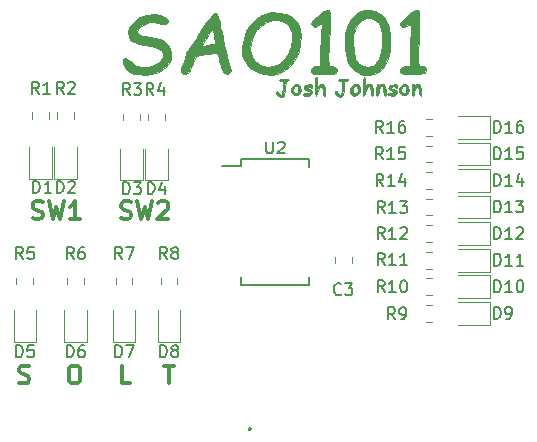
<source format=gto>
G04 #@! TF.GenerationSoftware,KiCad,Pcbnew,(5.1.0)-1*
G04 #@! TF.CreationDate,2019-03-23T08:31:53+11:00*
G04 #@! TF.ProjectId,SAO101,53414f31-3031-42e6-9b69-6361645f7063,rev?*
G04 #@! TF.SameCoordinates,Original*
G04 #@! TF.FileFunction,Legend,Top*
G04 #@! TF.FilePolarity,Positive*
%FSLAX46Y46*%
G04 Gerber Fmt 4.6, Leading zero omitted, Abs format (unit mm)*
G04 Created by KiCad (PCBNEW (5.1.0)-1) date 2019-03-23 08:31:53*
%MOMM*%
%LPD*%
G04 APERTURE LIST*
%ADD10C,0.300000*%
%ADD11C,0.010000*%
%ADD12C,0.120000*%
%ADD13C,0.150000*%
G04 APERTURE END LIST*
D10*
X117571428Y-96178571D02*
X118428571Y-96178571D01*
X118000000Y-97678571D02*
X118000000Y-96178571D01*
X114714285Y-97678571D02*
X114000000Y-97678571D01*
X114000000Y-96178571D01*
X109857142Y-96178571D02*
X110142857Y-96178571D01*
X110285714Y-96250000D01*
X110428571Y-96392857D01*
X110500000Y-96678571D01*
X110500000Y-97178571D01*
X110428571Y-97464285D01*
X110285714Y-97607142D01*
X110142857Y-97678571D01*
X109857142Y-97678571D01*
X109714285Y-97607142D01*
X109571428Y-97464285D01*
X109500000Y-97178571D01*
X109500000Y-96678571D01*
X109571428Y-96392857D01*
X109714285Y-96250000D01*
X109857142Y-96178571D01*
X105321428Y-97607142D02*
X105535714Y-97678571D01*
X105892857Y-97678571D01*
X106035714Y-97607142D01*
X106107142Y-97535714D01*
X106178571Y-97392857D01*
X106178571Y-97250000D01*
X106107142Y-97107142D01*
X106035714Y-97035714D01*
X105892857Y-96964285D01*
X105607142Y-96892857D01*
X105464285Y-96821428D01*
X105392857Y-96750000D01*
X105321428Y-96607142D01*
X105321428Y-96464285D01*
X105392857Y-96321428D01*
X105464285Y-96250000D01*
X105607142Y-96178571D01*
X105964285Y-96178571D01*
X106178571Y-96250000D01*
X113950000Y-83707142D02*
X114164285Y-83778571D01*
X114521428Y-83778571D01*
X114664285Y-83707142D01*
X114735714Y-83635714D01*
X114807142Y-83492857D01*
X114807142Y-83350000D01*
X114735714Y-83207142D01*
X114664285Y-83135714D01*
X114521428Y-83064285D01*
X114235714Y-82992857D01*
X114092857Y-82921428D01*
X114021428Y-82850000D01*
X113950000Y-82707142D01*
X113950000Y-82564285D01*
X114021428Y-82421428D01*
X114092857Y-82350000D01*
X114235714Y-82278571D01*
X114592857Y-82278571D01*
X114807142Y-82350000D01*
X115307142Y-82278571D02*
X115664285Y-83778571D01*
X115950000Y-82707142D01*
X116235714Y-83778571D01*
X116592857Y-82278571D01*
X117092857Y-82421428D02*
X117164285Y-82350000D01*
X117307142Y-82278571D01*
X117664285Y-82278571D01*
X117807142Y-82350000D01*
X117878571Y-82421428D01*
X117950000Y-82564285D01*
X117950000Y-82707142D01*
X117878571Y-82921428D01*
X117021428Y-83778571D01*
X117950000Y-83778571D01*
X106450000Y-83707142D02*
X106664285Y-83778571D01*
X107021428Y-83778571D01*
X107164285Y-83707142D01*
X107235714Y-83635714D01*
X107307142Y-83492857D01*
X107307142Y-83350000D01*
X107235714Y-83207142D01*
X107164285Y-83135714D01*
X107021428Y-83064285D01*
X106735714Y-82992857D01*
X106592857Y-82921428D01*
X106521428Y-82850000D01*
X106450000Y-82707142D01*
X106450000Y-82564285D01*
X106521428Y-82421428D01*
X106592857Y-82350000D01*
X106735714Y-82278571D01*
X107092857Y-82278571D01*
X107307142Y-82350000D01*
X107807142Y-82278571D02*
X108164285Y-83778571D01*
X108450000Y-82707142D01*
X108735714Y-83778571D01*
X109092857Y-82278571D01*
X110450000Y-83778571D02*
X109592857Y-83778571D01*
X110021428Y-83778571D02*
X110021428Y-82278571D01*
X109878571Y-82492857D01*
X109735714Y-82635714D01*
X109592857Y-82707142D01*
D11*
G36*
X139168334Y-72323286D02*
G01*
X139268384Y-72460021D01*
X139335475Y-72718925D01*
X139357443Y-72901545D01*
X139372966Y-73133334D01*
X139366071Y-73264253D01*
X139333616Y-73318960D01*
X139303404Y-73325500D01*
X139226794Y-73266191D01*
X139169149Y-73103805D01*
X139136989Y-72861656D01*
X139132500Y-72714312D01*
X139120128Y-72570852D01*
X139089846Y-72502038D01*
X139084875Y-72500972D01*
X138948471Y-72561971D01*
X138836275Y-72717821D01*
X138766116Y-72936532D01*
X138751500Y-73099075D01*
X138731623Y-73265101D01*
X138667804Y-73324774D01*
X138656250Y-73325500D01*
X138607378Y-73301572D01*
X138578048Y-73214758D01*
X138564032Y-73042506D01*
X138561000Y-72817500D01*
X138565486Y-72556849D01*
X138581764Y-72400423D01*
X138614061Y-72325671D01*
X138656250Y-72309500D01*
X138738126Y-72361059D01*
X138751500Y-72414591D01*
X138760575Y-72484320D01*
X138809450Y-72465250D01*
X138867625Y-72414591D01*
X139034893Y-72308286D01*
X139168334Y-72323286D01*
X139168334Y-72323286D01*
G37*
X139168334Y-72323286D02*
X139268384Y-72460021D01*
X139335475Y-72718925D01*
X139357443Y-72901545D01*
X139372966Y-73133334D01*
X139366071Y-73264253D01*
X139333616Y-73318960D01*
X139303404Y-73325500D01*
X139226794Y-73266191D01*
X139169149Y-73103805D01*
X139136989Y-72861656D01*
X139132500Y-72714312D01*
X139120128Y-72570852D01*
X139089846Y-72502038D01*
X139084875Y-72500972D01*
X138948471Y-72561971D01*
X138836275Y-72717821D01*
X138766116Y-72936532D01*
X138751500Y-73099075D01*
X138731623Y-73265101D01*
X138667804Y-73324774D01*
X138656250Y-73325500D01*
X138607378Y-73301572D01*
X138578048Y-73214758D01*
X138564032Y-73042506D01*
X138561000Y-72817500D01*
X138565486Y-72556849D01*
X138581764Y-72400423D01*
X138614061Y-72325671D01*
X138656250Y-72309500D01*
X138738126Y-72361059D01*
X138751500Y-72414591D01*
X138760575Y-72484320D01*
X138809450Y-72465250D01*
X138867625Y-72414591D01*
X139034893Y-72308286D01*
X139168334Y-72323286D01*
G36*
X138170606Y-72411348D02*
G01*
X138274558Y-72593644D01*
X138307000Y-72820560D01*
X138260235Y-73047847D01*
X138138664Y-73214227D01*
X137970374Y-73304503D01*
X137783449Y-73303478D01*
X137608500Y-73198500D01*
X137499969Y-73008257D01*
X137485521Y-72780153D01*
X137491675Y-72762718D01*
X137684194Y-72762718D01*
X137685684Y-72921649D01*
X137742887Y-73051399D01*
X137838645Y-73126091D01*
X137955803Y-73119846D01*
X138049557Y-73043898D01*
X138096609Y-72920075D01*
X138105388Y-72747482D01*
X138104957Y-72742793D01*
X138049906Y-72577129D01*
X137945092Y-72503421D01*
X137821130Y-72534137D01*
X137755572Y-72600481D01*
X137684194Y-72762718D01*
X137491675Y-72762718D01*
X137563368Y-72559618D01*
X137637363Y-72465363D01*
X137830817Y-72335967D01*
X138015629Y-72321709D01*
X138170606Y-72411348D01*
X138170606Y-72411348D01*
G37*
X138170606Y-72411348D02*
X138274558Y-72593644D01*
X138307000Y-72820560D01*
X138260235Y-73047847D01*
X138138664Y-73214227D01*
X137970374Y-73304503D01*
X137783449Y-73303478D01*
X137608500Y-73198500D01*
X137499969Y-73008257D01*
X137485521Y-72780153D01*
X137491675Y-72762718D01*
X137684194Y-72762718D01*
X137685684Y-72921649D01*
X137742887Y-73051399D01*
X137838645Y-73126091D01*
X137955803Y-73119846D01*
X138049557Y-73043898D01*
X138096609Y-72920075D01*
X138105388Y-72747482D01*
X138104957Y-72742793D01*
X138049906Y-72577129D01*
X137945092Y-72503421D01*
X137821130Y-72534137D01*
X137755572Y-72600481D01*
X137684194Y-72762718D01*
X137491675Y-72762718D01*
X137563368Y-72559618D01*
X137637363Y-72465363D01*
X137830817Y-72335967D01*
X138015629Y-72321709D01*
X138170606Y-72411348D01*
G36*
X137279366Y-72375806D02*
G01*
X137290996Y-72496491D01*
X137291000Y-72500000D01*
X137266854Y-72647578D01*
X137205412Y-72685440D01*
X137123166Y-72605431D01*
X137112966Y-72588032D01*
X137053527Y-72522010D01*
X136963275Y-72537963D01*
X136903436Y-72568338D01*
X136751250Y-72651111D01*
X136990428Y-72743323D01*
X137188978Y-72863686D01*
X137278066Y-73009574D01*
X137262896Y-73153144D01*
X137148672Y-73266547D01*
X136940598Y-73321940D01*
X136881988Y-73323569D01*
X136702999Y-73300997D01*
X136575289Y-73256166D01*
X136494306Y-73178016D01*
X136521533Y-73120535D01*
X136638198Y-73102311D01*
X136720002Y-73112875D01*
X136915299Y-73130418D01*
X137037143Y-73098716D01*
X137065482Y-73026476D01*
X137036376Y-72975498D01*
X136917636Y-72894715D01*
X136850861Y-72881000D01*
X136713651Y-72844832D01*
X136628346Y-72796598D01*
X136554809Y-72687319D01*
X136591985Y-72566998D01*
X136727268Y-72454934D01*
X136897746Y-72384173D01*
X137109091Y-72327408D01*
X137227514Y-72322033D01*
X137279366Y-72375806D01*
X137279366Y-72375806D01*
G37*
X137279366Y-72375806D02*
X137290996Y-72496491D01*
X137291000Y-72500000D01*
X137266854Y-72647578D01*
X137205412Y-72685440D01*
X137123166Y-72605431D01*
X137112966Y-72588032D01*
X137053527Y-72522010D01*
X136963275Y-72537963D01*
X136903436Y-72568338D01*
X136751250Y-72651111D01*
X136990428Y-72743323D01*
X137188978Y-72863686D01*
X137278066Y-73009574D01*
X137262896Y-73153144D01*
X137148672Y-73266547D01*
X136940598Y-73321940D01*
X136881988Y-73323569D01*
X136702999Y-73300997D01*
X136575289Y-73256166D01*
X136494306Y-73178016D01*
X136521533Y-73120535D01*
X136638198Y-73102311D01*
X136720002Y-73112875D01*
X136915299Y-73130418D01*
X137037143Y-73098716D01*
X137065482Y-73026476D01*
X137036376Y-72975498D01*
X136917636Y-72894715D01*
X136850861Y-72881000D01*
X136713651Y-72844832D01*
X136628346Y-72796598D01*
X136554809Y-72687319D01*
X136591985Y-72566998D01*
X136727268Y-72454934D01*
X136897746Y-72384173D01*
X137109091Y-72327408D01*
X137227514Y-72322033D01*
X137279366Y-72375806D01*
G36*
X135731776Y-72367380D02*
G01*
X135812184Y-72388826D01*
X135957546Y-72353545D01*
X136108562Y-72314149D01*
X136206183Y-72346512D01*
X136237248Y-72375039D01*
X136288171Y-72482477D01*
X136326280Y-72661313D01*
X136348977Y-72872346D01*
X136353665Y-73076374D01*
X136337747Y-73234196D01*
X136298960Y-73306499D01*
X136228944Y-73272681D01*
X136178385Y-73128877D01*
X136151795Y-72891217D01*
X136148867Y-72769875D01*
X136123753Y-72581176D01*
X136061056Y-72497520D01*
X135977387Y-72509093D01*
X135889354Y-72606081D01*
X135813568Y-72778668D01*
X135769119Y-72994253D01*
X135726182Y-73192666D01*
X135661244Y-73302954D01*
X135586738Y-73309969D01*
X135546737Y-73265215D01*
X135531961Y-73172166D01*
X135532555Y-72991555D01*
X135548342Y-72761866D01*
X135549123Y-72753863D01*
X135584953Y-72486399D01*
X135628845Y-72341163D01*
X135682990Y-72313520D01*
X135731776Y-72367380D01*
X135731776Y-72367380D01*
G37*
X135731776Y-72367380D02*
X135812184Y-72388826D01*
X135957546Y-72353545D01*
X136108562Y-72314149D01*
X136206183Y-72346512D01*
X136237248Y-72375039D01*
X136288171Y-72482477D01*
X136326280Y-72661313D01*
X136348977Y-72872346D01*
X136353665Y-73076374D01*
X136337747Y-73234196D01*
X136298960Y-73306499D01*
X136228944Y-73272681D01*
X136178385Y-73128877D01*
X136151795Y-72891217D01*
X136148867Y-72769875D01*
X136123753Y-72581176D01*
X136061056Y-72497520D01*
X135977387Y-72509093D01*
X135889354Y-72606081D01*
X135813568Y-72778668D01*
X135769119Y-72994253D01*
X135726182Y-73192666D01*
X135661244Y-73302954D01*
X135586738Y-73309969D01*
X135546737Y-73265215D01*
X135531961Y-73172166D01*
X135532555Y-72991555D01*
X135548342Y-72761866D01*
X135549123Y-72753863D01*
X135584953Y-72486399D01*
X135628845Y-72341163D01*
X135682990Y-72313520D01*
X135731776Y-72367380D01*
G36*
X134516671Y-71754840D02*
G01*
X134563242Y-71827476D01*
X134599298Y-71986659D01*
X134611443Y-72108116D01*
X134638852Y-72325784D01*
X134686965Y-72429336D01*
X134752482Y-72413671D01*
X134782750Y-72373000D01*
X134881811Y-72315493D01*
X135025299Y-72319756D01*
X135151094Y-72378442D01*
X135185367Y-72420625D01*
X135225768Y-72550381D01*
X135256303Y-72741580D01*
X135274227Y-72953157D01*
X135276793Y-73144047D01*
X135261258Y-73273186D01*
X135244348Y-73302805D01*
X135172902Y-73313658D01*
X135121846Y-73233425D01*
X135085100Y-73048045D01*
X135068855Y-72896938D01*
X135040476Y-72699165D01*
X135000884Y-72560966D01*
X134970682Y-72520018D01*
X134843130Y-72537082D01*
X134730311Y-72657045D01*
X134650194Y-72855846D01*
X134627794Y-72979154D01*
X134584873Y-73188853D01*
X134521065Y-73305622D01*
X134445878Y-73314044D01*
X134429531Y-73300602D01*
X134420357Y-73230132D01*
X134415728Y-73058276D01*
X134415903Y-72810576D01*
X134421142Y-72512572D01*
X134421421Y-72501503D01*
X134434185Y-72153493D01*
X134452591Y-71920696D01*
X134478134Y-71791393D01*
X134512308Y-71753864D01*
X134516671Y-71754840D01*
X134516671Y-71754840D01*
G37*
X134516671Y-71754840D02*
X134563242Y-71827476D01*
X134599298Y-71986659D01*
X134611443Y-72108116D01*
X134638852Y-72325784D01*
X134686965Y-72429336D01*
X134752482Y-72413671D01*
X134782750Y-72373000D01*
X134881811Y-72315493D01*
X135025299Y-72319756D01*
X135151094Y-72378442D01*
X135185367Y-72420625D01*
X135225768Y-72550381D01*
X135256303Y-72741580D01*
X135274227Y-72953157D01*
X135276793Y-73144047D01*
X135261258Y-73273186D01*
X135244348Y-73302805D01*
X135172902Y-73313658D01*
X135121846Y-73233425D01*
X135085100Y-73048045D01*
X135068855Y-72896938D01*
X135040476Y-72699165D01*
X135000884Y-72560966D01*
X134970682Y-72520018D01*
X134843130Y-72537082D01*
X134730311Y-72657045D01*
X134650194Y-72855846D01*
X134627794Y-72979154D01*
X134584873Y-73188853D01*
X134521065Y-73305622D01*
X134445878Y-73314044D01*
X134429531Y-73300602D01*
X134420357Y-73230132D01*
X134415728Y-73058276D01*
X134415903Y-72810576D01*
X134421142Y-72512572D01*
X134421421Y-72501503D01*
X134434185Y-72153493D01*
X134452591Y-71920696D01*
X134478134Y-71791393D01*
X134512308Y-71753864D01*
X134516671Y-71754840D01*
G36*
X133985726Y-72363485D02*
G01*
X134110867Y-72504306D01*
X134172353Y-72700259D01*
X134161148Y-72919639D01*
X134068214Y-73130745D01*
X134047891Y-73158186D01*
X133875426Y-73292772D01*
X133677565Y-73320228D01*
X133491409Y-73238261D01*
X133446391Y-73195341D01*
X133345441Y-73003102D01*
X133339842Y-72854009D01*
X133545841Y-72854009D01*
X133553898Y-73012403D01*
X133586833Y-73092666D01*
X133703753Y-73133699D01*
X133847873Y-73103415D01*
X133912800Y-73058800D01*
X133977595Y-72918337D01*
X133981709Y-72724230D01*
X133950456Y-72600443D01*
X133861478Y-72514620D01*
X133727194Y-72512557D01*
X133620699Y-72576200D01*
X133569468Y-72687861D01*
X133545841Y-72854009D01*
X133339842Y-72854009D01*
X133337248Y-72784972D01*
X133407946Y-72575114D01*
X133543668Y-72407692D01*
X133730546Y-72316869D01*
X133805968Y-72309500D01*
X133985726Y-72363485D01*
X133985726Y-72363485D01*
G37*
X133985726Y-72363485D02*
X134110867Y-72504306D01*
X134172353Y-72700259D01*
X134161148Y-72919639D01*
X134068214Y-73130745D01*
X134047891Y-73158186D01*
X133875426Y-73292772D01*
X133677565Y-73320228D01*
X133491409Y-73238261D01*
X133446391Y-73195341D01*
X133345441Y-73003102D01*
X133339842Y-72854009D01*
X133545841Y-72854009D01*
X133553898Y-73012403D01*
X133586833Y-73092666D01*
X133703753Y-73133699D01*
X133847873Y-73103415D01*
X133912800Y-73058800D01*
X133977595Y-72918337D01*
X133981709Y-72724230D01*
X133950456Y-72600443D01*
X133861478Y-72514620D01*
X133727194Y-72512557D01*
X133620699Y-72576200D01*
X133569468Y-72687861D01*
X133545841Y-72854009D01*
X133339842Y-72854009D01*
X133337248Y-72784972D01*
X133407946Y-72575114D01*
X133543668Y-72407692D01*
X133730546Y-72316869D01*
X133805968Y-72309500D01*
X133985726Y-72363485D01*
G36*
X130519450Y-71766695D02*
G01*
X130549154Y-71868691D01*
X130559680Y-72067851D01*
X130560000Y-72128841D01*
X130562276Y-72340335D01*
X130574836Y-72445992D01*
X130606276Y-72466968D01*
X130665193Y-72424415D01*
X130676125Y-72414591D01*
X130838585Y-72325867D01*
X131005549Y-72321278D01*
X131116012Y-72388875D01*
X131154668Y-72489592D01*
X131193939Y-72675828D01*
X131224091Y-72896875D01*
X131243650Y-73128791D01*
X131240111Y-73260475D01*
X131210636Y-73317070D01*
X131175710Y-73325500D01*
X131083522Y-73264785D01*
X131026523Y-73084263D01*
X131005459Y-72786366D01*
X131005367Y-72769875D01*
X130987119Y-72577613D01*
X130932742Y-72501749D01*
X130919091Y-72500000D01*
X130787882Y-72557701D01*
X130668638Y-72708532D01*
X130584132Y-72919084D01*
X130563965Y-73020991D01*
X130524277Y-73190358D01*
X130468217Y-73296512D01*
X130448875Y-73309748D01*
X130414409Y-73290802D01*
X130390835Y-73197206D01*
X130376621Y-73014055D01*
X130370235Y-72726447D01*
X130369500Y-72537041D01*
X130371726Y-72199532D01*
X130379919Y-71969922D01*
X130396349Y-71829165D01*
X130423287Y-71758213D01*
X130463003Y-71738021D01*
X130464750Y-71738000D01*
X130519450Y-71766695D01*
X130519450Y-71766695D01*
G37*
X130519450Y-71766695D02*
X130549154Y-71868691D01*
X130559680Y-72067851D01*
X130560000Y-72128841D01*
X130562276Y-72340335D01*
X130574836Y-72445992D01*
X130606276Y-72466968D01*
X130665193Y-72424415D01*
X130676125Y-72414591D01*
X130838585Y-72325867D01*
X131005549Y-72321278D01*
X131116012Y-72388875D01*
X131154668Y-72489592D01*
X131193939Y-72675828D01*
X131224091Y-72896875D01*
X131243650Y-73128791D01*
X131240111Y-73260475D01*
X131210636Y-73317070D01*
X131175710Y-73325500D01*
X131083522Y-73264785D01*
X131026523Y-73084263D01*
X131005459Y-72786366D01*
X131005367Y-72769875D01*
X130987119Y-72577613D01*
X130932742Y-72501749D01*
X130919091Y-72500000D01*
X130787882Y-72557701D01*
X130668638Y-72708532D01*
X130584132Y-72919084D01*
X130563965Y-73020991D01*
X130524277Y-73190358D01*
X130468217Y-73296512D01*
X130448875Y-73309748D01*
X130414409Y-73290802D01*
X130390835Y-73197206D01*
X130376621Y-73014055D01*
X130370235Y-72726447D01*
X130369500Y-72537041D01*
X130371726Y-72199532D01*
X130379919Y-71969922D01*
X130396349Y-71829165D01*
X130423287Y-71758213D01*
X130463003Y-71738021D01*
X130464750Y-71738000D01*
X130519450Y-71766695D01*
G36*
X130125400Y-72409017D02*
G01*
X130136159Y-72445144D01*
X130143924Y-72589716D01*
X130094356Y-72667102D01*
X130011462Y-72652544D01*
X129972862Y-72613542D01*
X129882442Y-72546837D01*
X129752945Y-72568822D01*
X129734500Y-72576077D01*
X129643937Y-72617715D01*
X129635598Y-72653164D01*
X129722246Y-72703336D01*
X129845625Y-72758143D01*
X130020304Y-72849881D01*
X130100244Y-72942902D01*
X130115500Y-73034911D01*
X130060866Y-73183553D01*
X129921073Y-73284911D01*
X129732277Y-73329265D01*
X129530636Y-73306891D01*
X129381511Y-73232269D01*
X129313113Y-73173398D01*
X129316175Y-73139508D01*
X129408646Y-73121984D01*
X129608475Y-73112208D01*
X129633344Y-73111381D01*
X129825960Y-73083613D01*
X129901002Y-73026718D01*
X129855740Y-72955685D01*
X129687443Y-72885497D01*
X129675107Y-72882105D01*
X129506810Y-72823400D01*
X129431866Y-72749647D01*
X129417000Y-72654730D01*
X129456770Y-72528366D01*
X129586539Y-72431598D01*
X129821991Y-72354549D01*
X129931864Y-72330494D01*
X130062008Y-72327823D01*
X130125400Y-72409017D01*
X130125400Y-72409017D01*
G37*
X130125400Y-72409017D02*
X130136159Y-72445144D01*
X130143924Y-72589716D01*
X130094356Y-72667102D01*
X130011462Y-72652544D01*
X129972862Y-72613542D01*
X129882442Y-72546837D01*
X129752945Y-72568822D01*
X129734500Y-72576077D01*
X129643937Y-72617715D01*
X129635598Y-72653164D01*
X129722246Y-72703336D01*
X129845625Y-72758143D01*
X130020304Y-72849881D01*
X130100244Y-72942902D01*
X130115500Y-73034911D01*
X130060866Y-73183553D01*
X129921073Y-73284911D01*
X129732277Y-73329265D01*
X129530636Y-73306891D01*
X129381511Y-73232269D01*
X129313113Y-73173398D01*
X129316175Y-73139508D01*
X129408646Y-73121984D01*
X129608475Y-73112208D01*
X129633344Y-73111381D01*
X129825960Y-73083613D01*
X129901002Y-73026718D01*
X129855740Y-72955685D01*
X129687443Y-72885497D01*
X129675107Y-72882105D01*
X129506810Y-72823400D01*
X129431866Y-72749647D01*
X129417000Y-72654730D01*
X129456770Y-72528366D01*
X129586539Y-72431598D01*
X129821991Y-72354549D01*
X129931864Y-72330494D01*
X130062008Y-72327823D01*
X130125400Y-72409017D01*
G36*
X129026606Y-72411348D02*
G01*
X129130558Y-72593644D01*
X129163000Y-72820560D01*
X129116235Y-73047847D01*
X128994664Y-73214227D01*
X128826374Y-73304503D01*
X128639449Y-73303478D01*
X128464500Y-73198500D01*
X128355969Y-73008257D01*
X128341521Y-72780153D01*
X128347675Y-72762718D01*
X128540194Y-72762718D01*
X128541684Y-72921649D01*
X128598887Y-73051399D01*
X128694645Y-73126091D01*
X128811803Y-73119846D01*
X128905557Y-73043898D01*
X128952609Y-72920075D01*
X128961388Y-72747482D01*
X128960957Y-72742793D01*
X128905906Y-72577129D01*
X128801092Y-72503421D01*
X128677130Y-72534137D01*
X128611572Y-72600481D01*
X128540194Y-72762718D01*
X128347675Y-72762718D01*
X128419368Y-72559618D01*
X128493363Y-72465363D01*
X128686817Y-72335967D01*
X128871629Y-72321709D01*
X129026606Y-72411348D01*
X129026606Y-72411348D01*
G37*
X129026606Y-72411348D02*
X129130558Y-72593644D01*
X129163000Y-72820560D01*
X129116235Y-73047847D01*
X128994664Y-73214227D01*
X128826374Y-73304503D01*
X128639449Y-73303478D01*
X128464500Y-73198500D01*
X128355969Y-73008257D01*
X128341521Y-72780153D01*
X128347675Y-72762718D01*
X128540194Y-72762718D01*
X128541684Y-72921649D01*
X128598887Y-73051399D01*
X128694645Y-73126091D01*
X128811803Y-73119846D01*
X128905557Y-73043898D01*
X128952609Y-72920075D01*
X128961388Y-72747482D01*
X128960957Y-72742793D01*
X128905906Y-72577129D01*
X128801092Y-72503421D01*
X128677130Y-72534137D01*
X128611572Y-72600481D01*
X128540194Y-72762718D01*
X128347675Y-72762718D01*
X128419368Y-72559618D01*
X128493363Y-72465363D01*
X128686817Y-72335967D01*
X128871629Y-72321709D01*
X129026606Y-72411348D01*
G36*
X133101580Y-71886056D02*
G01*
X133156365Y-71922578D01*
X133163500Y-71957348D01*
X133108645Y-72036940D01*
X133004750Y-72055500D01*
X132922874Y-72061871D01*
X132875173Y-72099116D01*
X132852056Y-72194434D01*
X132843931Y-72375022D01*
X132842415Y-72515875D01*
X132820555Y-72918279D01*
X132760392Y-73202672D01*
X132659242Y-73372942D01*
X132514426Y-73432978D01*
X132323260Y-73386671D01*
X132262985Y-73356239D01*
X132116014Y-73233139D01*
X132037648Y-73083483D01*
X132049428Y-72949232D01*
X132051898Y-72945068D01*
X132128155Y-72884668D01*
X132207059Y-72949591D01*
X132243567Y-73018680D01*
X132336092Y-73153533D01*
X132451439Y-73241246D01*
X132550399Y-73254929D01*
X132569478Y-73242187D01*
X132593266Y-73161461D01*
X132617059Y-72985360D01*
X132637055Y-72745455D01*
X132643791Y-72625308D01*
X132671034Y-72055499D01*
X132467475Y-72055500D01*
X132320225Y-72034726D01*
X132290144Y-71976125D01*
X132369703Y-71925914D01*
X132561157Y-71891008D01*
X132739935Y-71877973D01*
X132971216Y-71872771D01*
X133101580Y-71886056D01*
X133101580Y-71886056D01*
G37*
X133101580Y-71886056D02*
X133156365Y-71922578D01*
X133163500Y-71957348D01*
X133108645Y-72036940D01*
X133004750Y-72055500D01*
X132922874Y-72061871D01*
X132875173Y-72099116D01*
X132852056Y-72194434D01*
X132843931Y-72375022D01*
X132842415Y-72515875D01*
X132820555Y-72918279D01*
X132760392Y-73202672D01*
X132659242Y-73372942D01*
X132514426Y-73432978D01*
X132323260Y-73386671D01*
X132262985Y-73356239D01*
X132116014Y-73233139D01*
X132037648Y-73083483D01*
X132049428Y-72949232D01*
X132051898Y-72945068D01*
X132128155Y-72884668D01*
X132207059Y-72949591D01*
X132243567Y-73018680D01*
X132336092Y-73153533D01*
X132451439Y-73241246D01*
X132550399Y-73254929D01*
X132569478Y-73242187D01*
X132593266Y-73161461D01*
X132617059Y-72985360D01*
X132637055Y-72745455D01*
X132643791Y-72625308D01*
X132671034Y-72055499D01*
X132467475Y-72055500D01*
X132320225Y-72034726D01*
X132290144Y-71976125D01*
X132369703Y-71925914D01*
X132561157Y-71891008D01*
X132739935Y-71877973D01*
X132971216Y-71872771D01*
X133101580Y-71886056D01*
G36*
X127948849Y-71905717D02*
G01*
X128097780Y-71929383D01*
X128149515Y-71960250D01*
X128098672Y-72021247D01*
X128032130Y-72042781D01*
X127973478Y-72068921D01*
X127930605Y-72141065D01*
X127896557Y-72282590D01*
X127864380Y-72516875D01*
X127848537Y-72659921D01*
X127812431Y-72931809D01*
X127768745Y-73161990D01*
X127724513Y-73316594D01*
X127704147Y-73355264D01*
X127561931Y-73443945D01*
X127387420Y-73413704D01*
X127188760Y-73266008D01*
X127184425Y-73261694D01*
X127051127Y-73093315D01*
X127028662Y-72969164D01*
X127113705Y-72897348D01*
X127185251Y-72929805D01*
X127225161Y-73004571D01*
X127313355Y-73139716D01*
X127397376Y-73205123D01*
X127499966Y-73238042D01*
X127569837Y-73198091D01*
X127612466Y-73071119D01*
X127633331Y-72842979D01*
X127638027Y-72583592D01*
X127639000Y-72063935D01*
X127464375Y-72043842D01*
X127324624Y-72014018D01*
X127295645Y-71976129D01*
X127362260Y-71938447D01*
X127509296Y-71909242D01*
X127721577Y-71896784D01*
X127734250Y-71896750D01*
X127948849Y-71905717D01*
X127948849Y-71905717D01*
G37*
X127948849Y-71905717D02*
X128097780Y-71929383D01*
X128149515Y-71960250D01*
X128098672Y-72021247D01*
X128032130Y-72042781D01*
X127973478Y-72068921D01*
X127930605Y-72141065D01*
X127896557Y-72282590D01*
X127864380Y-72516875D01*
X127848537Y-72659921D01*
X127812431Y-72931809D01*
X127768745Y-73161990D01*
X127724513Y-73316594D01*
X127704147Y-73355264D01*
X127561931Y-73443945D01*
X127387420Y-73413704D01*
X127188760Y-73266008D01*
X127184425Y-73261694D01*
X127051127Y-73093315D01*
X127028662Y-72969164D01*
X127113705Y-72897348D01*
X127185251Y-72929805D01*
X127225161Y-73004571D01*
X127313355Y-73139716D01*
X127397376Y-73205123D01*
X127499966Y-73238042D01*
X127569837Y-73198091D01*
X127612466Y-73071119D01*
X127633331Y-72842979D01*
X127638027Y-72583592D01*
X127639000Y-72063935D01*
X127464375Y-72043842D01*
X127324624Y-72014018D01*
X127295645Y-71976129D01*
X127362260Y-71938447D01*
X127509296Y-71909242D01*
X127721577Y-71896784D01*
X127734250Y-71896750D01*
X127948849Y-71905717D01*
G36*
X139202161Y-66181167D02*
G01*
X139210596Y-66298380D01*
X139210778Y-66553396D01*
X139203260Y-66914913D01*
X139188595Y-67351629D01*
X139176372Y-67641667D01*
X139153511Y-68197404D01*
X139133387Y-68782264D01*
X139117832Y-69335986D01*
X139108680Y-69798308D01*
X139107486Y-69906500D01*
X139105345Y-70307612D01*
X139111139Y-70569213D01*
X139131329Y-70721120D01*
X139172379Y-70793147D01*
X139240749Y-70815112D01*
X139304742Y-70816667D01*
X139524117Y-70837633D01*
X139643408Y-70868059D01*
X139749669Y-70986198D01*
X139771208Y-71176105D01*
X139703248Y-71360272D01*
X139675733Y-71392400D01*
X139543140Y-71440717D01*
X139286865Y-71474161D01*
X138951909Y-71492731D01*
X138583270Y-71496428D01*
X138225945Y-71485252D01*
X137924934Y-71459201D01*
X137725234Y-71418278D01*
X137677600Y-71392400D01*
X137566414Y-71198798D01*
X137603587Y-71020569D01*
X137768560Y-70884927D01*
X138040771Y-70819083D01*
X138112590Y-70816667D01*
X138445981Y-70816667D01*
X138389671Y-70337556D01*
X138376175Y-70076801D01*
X138378185Y-69693626D01*
X138394499Y-69234119D01*
X138423920Y-68744367D01*
X138434815Y-68602247D01*
X138467112Y-68158528D01*
X138488217Y-67776537D01*
X138496948Y-67487136D01*
X138492122Y-67321187D01*
X138484943Y-67294721D01*
X138387107Y-67299969D01*
X138239970Y-67379031D01*
X137972147Y-67502431D01*
X137752277Y-67467071D01*
X137658994Y-67385652D01*
X137597876Y-67253668D01*
X137636083Y-67101303D01*
X137786603Y-66909140D01*
X138062426Y-66657761D01*
X138246042Y-66508053D01*
X138612273Y-66246525D01*
X138901315Y-66103845D01*
X139102421Y-66083687D01*
X139202161Y-66181167D01*
X139202161Y-66181167D01*
G37*
X139202161Y-66181167D02*
X139210596Y-66298380D01*
X139210778Y-66553396D01*
X139203260Y-66914913D01*
X139188595Y-67351629D01*
X139176372Y-67641667D01*
X139153511Y-68197404D01*
X139133387Y-68782264D01*
X139117832Y-69335986D01*
X139108680Y-69798308D01*
X139107486Y-69906500D01*
X139105345Y-70307612D01*
X139111139Y-70569213D01*
X139131329Y-70721120D01*
X139172379Y-70793147D01*
X139240749Y-70815112D01*
X139304742Y-70816667D01*
X139524117Y-70837633D01*
X139643408Y-70868059D01*
X139749669Y-70986198D01*
X139771208Y-71176105D01*
X139703248Y-71360272D01*
X139675733Y-71392400D01*
X139543140Y-71440717D01*
X139286865Y-71474161D01*
X138951909Y-71492731D01*
X138583270Y-71496428D01*
X138225945Y-71485252D01*
X137924934Y-71459201D01*
X137725234Y-71418278D01*
X137677600Y-71392400D01*
X137566414Y-71198798D01*
X137603587Y-71020569D01*
X137768560Y-70884927D01*
X138040771Y-70819083D01*
X138112590Y-70816667D01*
X138445981Y-70816667D01*
X138389671Y-70337556D01*
X138376175Y-70076801D01*
X138378185Y-69693626D01*
X138394499Y-69234119D01*
X138423920Y-68744367D01*
X138434815Y-68602247D01*
X138467112Y-68158528D01*
X138488217Y-67776537D01*
X138496948Y-67487136D01*
X138492122Y-67321187D01*
X138484943Y-67294721D01*
X138387107Y-67299969D01*
X138239970Y-67379031D01*
X137972147Y-67502431D01*
X137752277Y-67467071D01*
X137658994Y-67385652D01*
X137597876Y-67253668D01*
X137636083Y-67101303D01*
X137786603Y-66909140D01*
X138062426Y-66657761D01*
X138246042Y-66508053D01*
X138612273Y-66246525D01*
X138901315Y-66103845D01*
X139102421Y-66083687D01*
X139202161Y-66181167D01*
G36*
X131504785Y-66100220D02*
G01*
X131528382Y-66108273D01*
X131583893Y-66144425D01*
X131620788Y-66220125D01*
X131640921Y-66361567D01*
X131646149Y-66594946D01*
X131638326Y-66946458D01*
X131620626Y-67410569D01*
X131597115Y-67936501D01*
X131569812Y-68480860D01*
X131541888Y-68983919D01*
X131516517Y-69385954D01*
X131513308Y-69431345D01*
X131494282Y-69817059D01*
X131491823Y-70175114D01*
X131505839Y-70445873D01*
X131514967Y-70510845D01*
X131571666Y-70716225D01*
X131667902Y-70801645D01*
X131812136Y-70816667D01*
X132069077Y-70871349D01*
X132200760Y-71020186D01*
X132189665Y-71240362D01*
X132171596Y-71284841D01*
X132123990Y-71374661D01*
X132057538Y-71434203D01*
X131940488Y-71469688D01*
X131741087Y-71487335D01*
X131427582Y-71493362D01*
X131103794Y-71494000D01*
X130676547Y-71490854D01*
X130388261Y-71478563D01*
X130208634Y-71452844D01*
X130107365Y-71409416D01*
X130055086Y-71345834D01*
X130005002Y-71113978D01*
X130103393Y-70937179D01*
X130333137Y-70835129D01*
X130514113Y-70817963D01*
X130775893Y-70816667D01*
X130829696Y-69270503D01*
X130850031Y-68755973D01*
X130873247Y-68282626D01*
X130897372Y-67883577D01*
X130920432Y-67591941D01*
X130938055Y-67451558D01*
X130992611Y-67178778D01*
X130652958Y-67364824D01*
X130429471Y-67474307D01*
X130290692Y-67496982D01*
X130181344Y-67441317D01*
X130176986Y-67437735D01*
X130060353Y-67283317D01*
X130074691Y-67107014D01*
X130227273Y-66891843D01*
X130525368Y-66620825D01*
X130527500Y-66619086D01*
X130885817Y-66340452D01*
X131151138Y-66169772D01*
X131348961Y-66094032D01*
X131504785Y-66100220D01*
X131504785Y-66100220D01*
G37*
X131504785Y-66100220D02*
X131528382Y-66108273D01*
X131583893Y-66144425D01*
X131620788Y-66220125D01*
X131640921Y-66361567D01*
X131646149Y-66594946D01*
X131638326Y-66946458D01*
X131620626Y-67410569D01*
X131597115Y-67936501D01*
X131569812Y-68480860D01*
X131541888Y-68983919D01*
X131516517Y-69385954D01*
X131513308Y-69431345D01*
X131494282Y-69817059D01*
X131491823Y-70175114D01*
X131505839Y-70445873D01*
X131514967Y-70510845D01*
X131571666Y-70716225D01*
X131667902Y-70801645D01*
X131812136Y-70816667D01*
X132069077Y-70871349D01*
X132200760Y-71020186D01*
X132189665Y-71240362D01*
X132171596Y-71284841D01*
X132123990Y-71374661D01*
X132057538Y-71434203D01*
X131940488Y-71469688D01*
X131741087Y-71487335D01*
X131427582Y-71493362D01*
X131103794Y-71494000D01*
X130676547Y-71490854D01*
X130388261Y-71478563D01*
X130208634Y-71452844D01*
X130107365Y-71409416D01*
X130055086Y-71345834D01*
X130005002Y-71113978D01*
X130103393Y-70937179D01*
X130333137Y-70835129D01*
X130514113Y-70817963D01*
X130775893Y-70816667D01*
X130829696Y-69270503D01*
X130850031Y-68755973D01*
X130873247Y-68282626D01*
X130897372Y-67883577D01*
X130920432Y-67591941D01*
X130938055Y-67451558D01*
X130992611Y-67178778D01*
X130652958Y-67364824D01*
X130429471Y-67474307D01*
X130290692Y-67496982D01*
X130181344Y-67441317D01*
X130176986Y-67437735D01*
X130060353Y-67283317D01*
X130074691Y-67107014D01*
X130227273Y-66891843D01*
X130525368Y-66620825D01*
X130527500Y-66619086D01*
X130885817Y-66340452D01*
X131151138Y-66169772D01*
X131348961Y-66094032D01*
X131504785Y-66100220D01*
G36*
X122025849Y-66408553D02*
G01*
X122162548Y-66624475D01*
X122266183Y-66944491D01*
X122293892Y-67091334D01*
X122358960Y-67466558D01*
X122450790Y-67934265D01*
X122561094Y-68458025D01*
X122681581Y-69001408D01*
X122803963Y-69527985D01*
X122919951Y-70001326D01*
X123021256Y-70385001D01*
X123099588Y-70642581D01*
X123105993Y-70660422D01*
X123203594Y-70960043D01*
X123230776Y-71158000D01*
X123193635Y-71303687D01*
X123186990Y-71316589D01*
X123040807Y-71482004D01*
X122873870Y-71497348D01*
X122699032Y-71378512D01*
X122529146Y-71141389D01*
X122377068Y-70801873D01*
X122255649Y-70375855D01*
X122205477Y-70103018D01*
X122157933Y-69863391D01*
X122104665Y-69704104D01*
X122082503Y-69673978D01*
X121977547Y-69673239D01*
X121744449Y-69702530D01*
X121420650Y-69756448D01*
X121139267Y-69810104D01*
X120260655Y-69986169D01*
X120020464Y-70549585D01*
X119882713Y-70859858D01*
X119752803Y-71130913D01*
X119659185Y-71303500D01*
X119482471Y-71462926D01*
X119276570Y-71478286D01*
X119135600Y-71392400D01*
X119055126Y-71262032D01*
X119048663Y-71081835D01*
X119120981Y-70820496D01*
X119276846Y-70446707D01*
X119281030Y-70437468D01*
X119399168Y-70141985D01*
X119472627Y-69888324D01*
X119485724Y-69730798D01*
X119485412Y-69729564D01*
X119517263Y-69544857D01*
X119615390Y-69445562D01*
X119717784Y-69333185D01*
X119886251Y-69103089D01*
X119887021Y-69101945D01*
X120770087Y-69101945D01*
X120817238Y-69121929D01*
X120919197Y-69106427D01*
X120992821Y-69091268D01*
X121283290Y-69036698D01*
X121588775Y-68984288D01*
X121595167Y-68983261D01*
X121820210Y-68917073D01*
X121912058Y-68820400D01*
X121912667Y-68811338D01*
X121893547Y-68661238D01*
X121845381Y-68411314D01*
X121781956Y-68125571D01*
X121717063Y-67868011D01*
X121688073Y-67768850D01*
X121626589Y-67765959D01*
X121495644Y-67906627D01*
X121302082Y-68183250D01*
X121269018Y-68234517D01*
X121027208Y-68612758D01*
X120868099Y-68868989D01*
X120784717Y-69024841D01*
X120770087Y-69101945D01*
X119887021Y-69101945D01*
X120101340Y-68783705D01*
X120343604Y-68403462D01*
X120476402Y-68186928D01*
X120894596Y-67513689D01*
X121242513Y-66992676D01*
X121521179Y-66622522D01*
X121731620Y-66401864D01*
X121874050Y-66329334D01*
X122025849Y-66408553D01*
X122025849Y-66408553D01*
G37*
X122025849Y-66408553D02*
X122162548Y-66624475D01*
X122266183Y-66944491D01*
X122293892Y-67091334D01*
X122358960Y-67466558D01*
X122450790Y-67934265D01*
X122561094Y-68458025D01*
X122681581Y-69001408D01*
X122803963Y-69527985D01*
X122919951Y-70001326D01*
X123021256Y-70385001D01*
X123099588Y-70642581D01*
X123105993Y-70660422D01*
X123203594Y-70960043D01*
X123230776Y-71158000D01*
X123193635Y-71303687D01*
X123186990Y-71316589D01*
X123040807Y-71482004D01*
X122873870Y-71497348D01*
X122699032Y-71378512D01*
X122529146Y-71141389D01*
X122377068Y-70801873D01*
X122255649Y-70375855D01*
X122205477Y-70103018D01*
X122157933Y-69863391D01*
X122104665Y-69704104D01*
X122082503Y-69673978D01*
X121977547Y-69673239D01*
X121744449Y-69702530D01*
X121420650Y-69756448D01*
X121139267Y-69810104D01*
X120260655Y-69986169D01*
X120020464Y-70549585D01*
X119882713Y-70859858D01*
X119752803Y-71130913D01*
X119659185Y-71303500D01*
X119482471Y-71462926D01*
X119276570Y-71478286D01*
X119135600Y-71392400D01*
X119055126Y-71262032D01*
X119048663Y-71081835D01*
X119120981Y-70820496D01*
X119276846Y-70446707D01*
X119281030Y-70437468D01*
X119399168Y-70141985D01*
X119472627Y-69888324D01*
X119485724Y-69730798D01*
X119485412Y-69729564D01*
X119517263Y-69544857D01*
X119615390Y-69445562D01*
X119717784Y-69333185D01*
X119886251Y-69103089D01*
X119887021Y-69101945D01*
X120770087Y-69101945D01*
X120817238Y-69121929D01*
X120919197Y-69106427D01*
X120992821Y-69091268D01*
X121283290Y-69036698D01*
X121588775Y-68984288D01*
X121595167Y-68983261D01*
X121820210Y-68917073D01*
X121912058Y-68820400D01*
X121912667Y-68811338D01*
X121893547Y-68661238D01*
X121845381Y-68411314D01*
X121781956Y-68125571D01*
X121717063Y-67868011D01*
X121688073Y-67768850D01*
X121626589Y-67765959D01*
X121495644Y-67906627D01*
X121302082Y-68183250D01*
X121269018Y-68234517D01*
X121027208Y-68612758D01*
X120868099Y-68868989D01*
X120784717Y-69024841D01*
X120770087Y-69101945D01*
X119887021Y-69101945D01*
X120101340Y-68783705D01*
X120343604Y-68403462D01*
X120476402Y-68186928D01*
X120894596Y-67513689D01*
X121242513Y-66992676D01*
X121521179Y-66622522D01*
X121731620Y-66401864D01*
X121874050Y-66329334D01*
X122025849Y-66408553D01*
G36*
X135483993Y-66189954D02*
G01*
X135592323Y-66235592D01*
X136032711Y-66524641D01*
X136365525Y-66943190D01*
X136591034Y-67491812D01*
X136709508Y-68171079D01*
X136729333Y-68649601D01*
X136681183Y-69451926D01*
X136538865Y-70138073D01*
X136305574Y-70699091D01*
X135984507Y-71126033D01*
X135785944Y-71290688D01*
X135392698Y-71474368D01*
X134925424Y-71559181D01*
X134451153Y-71539941D01*
X134062333Y-71424018D01*
X133658634Y-71160002D01*
X133344990Y-70788992D01*
X133112650Y-70295702D01*
X132952862Y-69664845D01*
X132913672Y-69417489D01*
X132870963Y-68711318D01*
X132908919Y-68340691D01*
X133601460Y-68340691D01*
X133605815Y-68686746D01*
X133613977Y-68954000D01*
X133634638Y-69413544D01*
X133666020Y-69745506D01*
X133715000Y-69991592D01*
X133788451Y-70193509D01*
X133833396Y-70285040D01*
X134098141Y-70633592D01*
X134437828Y-70841917D01*
X134824986Y-70900974D01*
X135232142Y-70801721D01*
X135301646Y-70768311D01*
X135541051Y-70561626D01*
X135765433Y-70193972D01*
X135784274Y-70154478D01*
X135881912Y-69931245D01*
X135946572Y-69728414D01*
X135984917Y-69501698D01*
X136003612Y-69206812D01*
X136009320Y-68799469D01*
X136009498Y-68657667D01*
X135997802Y-68109961D01*
X135956266Y-67700241D01*
X135874902Y-67398328D01*
X135743727Y-67174043D01*
X135552752Y-66997206D01*
X135434056Y-66918572D01*
X135048531Y-66769614D01*
X134666046Y-66781707D01*
X134306418Y-66947403D01*
X133989466Y-67259253D01*
X133822213Y-67524376D01*
X133718644Y-67730150D01*
X133651547Y-67905833D01*
X133614594Y-68094867D01*
X133601460Y-68340691D01*
X132908919Y-68340691D01*
X132937716Y-68059503D01*
X133102194Y-67475988D01*
X133352660Y-66974714D01*
X133677376Y-66569623D01*
X134064605Y-66274660D01*
X134502609Y-66103765D01*
X134979651Y-66070883D01*
X135483993Y-66189954D01*
X135483993Y-66189954D01*
G37*
X135483993Y-66189954D02*
X135592323Y-66235592D01*
X136032711Y-66524641D01*
X136365525Y-66943190D01*
X136591034Y-67491812D01*
X136709508Y-68171079D01*
X136729333Y-68649601D01*
X136681183Y-69451926D01*
X136538865Y-70138073D01*
X136305574Y-70699091D01*
X135984507Y-71126033D01*
X135785944Y-71290688D01*
X135392698Y-71474368D01*
X134925424Y-71559181D01*
X134451153Y-71539941D01*
X134062333Y-71424018D01*
X133658634Y-71160002D01*
X133344990Y-70788992D01*
X133112650Y-70295702D01*
X132952862Y-69664845D01*
X132913672Y-69417489D01*
X132870963Y-68711318D01*
X132908919Y-68340691D01*
X133601460Y-68340691D01*
X133605815Y-68686746D01*
X133613977Y-68954000D01*
X133634638Y-69413544D01*
X133666020Y-69745506D01*
X133715000Y-69991592D01*
X133788451Y-70193509D01*
X133833396Y-70285040D01*
X134098141Y-70633592D01*
X134437828Y-70841917D01*
X134824986Y-70900974D01*
X135232142Y-70801721D01*
X135301646Y-70768311D01*
X135541051Y-70561626D01*
X135765433Y-70193972D01*
X135784274Y-70154478D01*
X135881912Y-69931245D01*
X135946572Y-69728414D01*
X135984917Y-69501698D01*
X136003612Y-69206812D01*
X136009320Y-68799469D01*
X136009498Y-68657667D01*
X135997802Y-68109961D01*
X135956266Y-67700241D01*
X135874902Y-67398328D01*
X135743727Y-67174043D01*
X135552752Y-66997206D01*
X135434056Y-66918572D01*
X135048531Y-66769614D01*
X134666046Y-66781707D01*
X134306418Y-66947403D01*
X133989466Y-67259253D01*
X133822213Y-67524376D01*
X133718644Y-67730150D01*
X133651547Y-67905833D01*
X133614594Y-68094867D01*
X133601460Y-68340691D01*
X132908919Y-68340691D01*
X132937716Y-68059503D01*
X133102194Y-67475988D01*
X133352660Y-66974714D01*
X133677376Y-66569623D01*
X134064605Y-66274660D01*
X134502609Y-66103765D01*
X134979651Y-66070883D01*
X135483993Y-66189954D01*
G36*
X127358563Y-66278872D02*
G01*
X127915023Y-66406785D01*
X128387691Y-66636307D01*
X128749863Y-66956008D01*
X128903972Y-67188193D01*
X129075582Y-67679580D01*
X129144435Y-68259509D01*
X129111963Y-68883035D01*
X128979597Y-69505212D01*
X128816278Y-69942496D01*
X128564036Y-70377159D01*
X128226778Y-70795118D01*
X127851318Y-71144671D01*
X127546805Y-71344489D01*
X127112431Y-71492561D01*
X126599734Y-71554610D01*
X126078110Y-71527394D01*
X125679679Y-71431702D01*
X125121523Y-71160725D01*
X124694789Y-70790231D01*
X124403377Y-70344362D01*
X124287073Y-70083549D01*
X124224691Y-69857302D01*
X124205021Y-69598524D01*
X124211055Y-69415720D01*
X124894121Y-69415720D01*
X124915892Y-69686898D01*
X125042989Y-70044356D01*
X125289616Y-70387359D01*
X125610095Y-70664288D01*
X125909899Y-70810228D01*
X126392714Y-70883181D01*
X126888036Y-70830815D01*
X127332151Y-70662121D01*
X127440134Y-70594225D01*
X127812019Y-70237276D01*
X128108494Y-69756834D01*
X128312772Y-69188267D01*
X128408064Y-68566946D01*
X128408781Y-68553463D01*
X128393993Y-67994966D01*
X128279168Y-67567643D01*
X128054957Y-67259660D01*
X127712008Y-67059187D01*
X127240969Y-66954392D01*
X127137001Y-66944384D01*
X126786818Y-66929877D01*
X126524704Y-66961666D01*
X126272945Y-67051544D01*
X126197327Y-67086980D01*
X125772413Y-67380193D01*
X125410603Y-67798289D01*
X125130929Y-68302652D01*
X124952424Y-68854667D01*
X124894121Y-69415720D01*
X124211055Y-69415720D01*
X124216853Y-69240120D01*
X124217361Y-69230982D01*
X124318317Y-68507521D01*
X124542301Y-67880642D01*
X124902233Y-67318283D01*
X125064281Y-67129053D01*
X125482397Y-66728657D01*
X125895760Y-66465639D01*
X126350964Y-66316019D01*
X126745013Y-66263998D01*
X127358563Y-66278872D01*
X127358563Y-66278872D01*
G37*
X127358563Y-66278872D02*
X127915023Y-66406785D01*
X128387691Y-66636307D01*
X128749863Y-66956008D01*
X128903972Y-67188193D01*
X129075582Y-67679580D01*
X129144435Y-68259509D01*
X129111963Y-68883035D01*
X128979597Y-69505212D01*
X128816278Y-69942496D01*
X128564036Y-70377159D01*
X128226778Y-70795118D01*
X127851318Y-71144671D01*
X127546805Y-71344489D01*
X127112431Y-71492561D01*
X126599734Y-71554610D01*
X126078110Y-71527394D01*
X125679679Y-71431702D01*
X125121523Y-71160725D01*
X124694789Y-70790231D01*
X124403377Y-70344362D01*
X124287073Y-70083549D01*
X124224691Y-69857302D01*
X124205021Y-69598524D01*
X124211055Y-69415720D01*
X124894121Y-69415720D01*
X124915892Y-69686898D01*
X125042989Y-70044356D01*
X125289616Y-70387359D01*
X125610095Y-70664288D01*
X125909899Y-70810228D01*
X126392714Y-70883181D01*
X126888036Y-70830815D01*
X127332151Y-70662121D01*
X127440134Y-70594225D01*
X127812019Y-70237276D01*
X128108494Y-69756834D01*
X128312772Y-69188267D01*
X128408064Y-68566946D01*
X128408781Y-68553463D01*
X128393993Y-67994966D01*
X128279168Y-67567643D01*
X128054957Y-67259660D01*
X127712008Y-67059187D01*
X127240969Y-66954392D01*
X127137001Y-66944384D01*
X126786818Y-66929877D01*
X126524704Y-66961666D01*
X126272945Y-67051544D01*
X126197327Y-67086980D01*
X125772413Y-67380193D01*
X125410603Y-67798289D01*
X125130929Y-68302652D01*
X124952424Y-68854667D01*
X124894121Y-69415720D01*
X124211055Y-69415720D01*
X124216853Y-69240120D01*
X124217361Y-69230982D01*
X124318317Y-68507521D01*
X124542301Y-67880642D01*
X124902233Y-67318283D01*
X125064281Y-67129053D01*
X125482397Y-66728657D01*
X125895760Y-66465639D01*
X126350964Y-66316019D01*
X126745013Y-66263998D01*
X127358563Y-66278872D01*
G36*
X116833817Y-66436650D02*
G01*
X117283529Y-66509122D01*
X117631669Y-66629875D01*
X117855754Y-66788023D01*
X117933333Y-66968984D01*
X117912647Y-67121221D01*
X117831650Y-67208276D01*
X117661932Y-67237170D01*
X117375086Y-67214922D01*
X117101326Y-67174597D01*
X116684053Y-67121532D01*
X116371169Y-67118562D01*
X116105471Y-67165165D01*
X116104296Y-67165486D01*
X115769243Y-67301447D01*
X115515734Y-67488676D01*
X115358954Y-67700370D01*
X115314087Y-67909725D01*
X115396318Y-68089939D01*
X115529200Y-68180635D01*
X115733828Y-68243123D01*
X116032186Y-68299659D01*
X116270033Y-68328892D01*
X116936539Y-68437669D01*
X117457559Y-68629875D01*
X117836495Y-68908274D01*
X118076746Y-69275626D01*
X118181712Y-69734696D01*
X118187333Y-69886819D01*
X118131753Y-70284088D01*
X117951673Y-70636048D01*
X117627086Y-70980638D01*
X117596543Y-71007085D01*
X117122937Y-71308627D01*
X116558857Y-71500069D01*
X115948840Y-71573517D01*
X115337421Y-71521077D01*
X115073597Y-71454275D01*
X114642832Y-71281423D01*
X114350108Y-71066193D01*
X114165288Y-70785958D01*
X114156651Y-70765815D01*
X114086178Y-70466242D01*
X114138219Y-70257608D01*
X114282744Y-70157338D01*
X114489722Y-70182861D01*
X114729122Y-70351602D01*
X114778847Y-70404748D01*
X115002168Y-70609648D01*
X115248008Y-70768782D01*
X115284780Y-70785748D01*
X115677984Y-70886224D01*
X116107086Y-70888298D01*
X116534499Y-70804596D01*
X116922639Y-70647745D01*
X117233919Y-70430374D01*
X117430754Y-70165109D01*
X117468205Y-70052214D01*
X117462786Y-69738075D01*
X117297556Y-69477565D01*
X116973562Y-69271400D01*
X116491846Y-69120295D01*
X115990538Y-69039184D01*
X115423892Y-68943344D01*
X115009677Y-68796858D01*
X114736000Y-68589958D01*
X114590967Y-68312881D01*
X114562686Y-67955858D01*
X114570123Y-67872842D01*
X114612313Y-67635797D01*
X114697996Y-67448051D01*
X114860566Y-67253608D01*
X115044274Y-67077748D01*
X115558549Y-66698775D01*
X116104226Y-66483595D01*
X116693822Y-66427724D01*
X116833817Y-66436650D01*
X116833817Y-66436650D01*
G37*
X116833817Y-66436650D02*
X117283529Y-66509122D01*
X117631669Y-66629875D01*
X117855754Y-66788023D01*
X117933333Y-66968984D01*
X117912647Y-67121221D01*
X117831650Y-67208276D01*
X117661932Y-67237170D01*
X117375086Y-67214922D01*
X117101326Y-67174597D01*
X116684053Y-67121532D01*
X116371169Y-67118562D01*
X116105471Y-67165165D01*
X116104296Y-67165486D01*
X115769243Y-67301447D01*
X115515734Y-67488676D01*
X115358954Y-67700370D01*
X115314087Y-67909725D01*
X115396318Y-68089939D01*
X115529200Y-68180635D01*
X115733828Y-68243123D01*
X116032186Y-68299659D01*
X116270033Y-68328892D01*
X116936539Y-68437669D01*
X117457559Y-68629875D01*
X117836495Y-68908274D01*
X118076746Y-69275626D01*
X118181712Y-69734696D01*
X118187333Y-69886819D01*
X118131753Y-70284088D01*
X117951673Y-70636048D01*
X117627086Y-70980638D01*
X117596543Y-71007085D01*
X117122937Y-71308627D01*
X116558857Y-71500069D01*
X115948840Y-71573517D01*
X115337421Y-71521077D01*
X115073597Y-71454275D01*
X114642832Y-71281423D01*
X114350108Y-71066193D01*
X114165288Y-70785958D01*
X114156651Y-70765815D01*
X114086178Y-70466242D01*
X114138219Y-70257608D01*
X114282744Y-70157338D01*
X114489722Y-70182861D01*
X114729122Y-70351602D01*
X114778847Y-70404748D01*
X115002168Y-70609648D01*
X115248008Y-70768782D01*
X115284780Y-70785748D01*
X115677984Y-70886224D01*
X116107086Y-70888298D01*
X116534499Y-70804596D01*
X116922639Y-70647745D01*
X117233919Y-70430374D01*
X117430754Y-70165109D01*
X117468205Y-70052214D01*
X117462786Y-69738075D01*
X117297556Y-69477565D01*
X116973562Y-69271400D01*
X116491846Y-69120295D01*
X115990538Y-69039184D01*
X115423892Y-68943344D01*
X115009677Y-68796858D01*
X114736000Y-68589958D01*
X114590967Y-68312881D01*
X114562686Y-67955858D01*
X114570123Y-67872842D01*
X114612313Y-67635797D01*
X114697996Y-67448051D01*
X114860566Y-67253608D01*
X115044274Y-67077748D01*
X115558549Y-66698775D01*
X116104226Y-66483595D01*
X116693822Y-66427724D01*
X116833817Y-66436650D01*
D12*
X132040000Y-86991422D02*
X132040000Y-87508578D01*
X133460000Y-86991422D02*
X133460000Y-87508578D01*
X108110000Y-80385000D02*
X108110000Y-77700000D01*
X106190000Y-80385000D02*
X108110000Y-80385000D01*
X106190000Y-77700000D02*
X106190000Y-80385000D01*
X108290000Y-77700000D02*
X108290000Y-80385000D01*
X108290000Y-80385000D02*
X110210000Y-80385000D01*
X110210000Y-80385000D02*
X110210000Y-77700000D01*
X115810000Y-80485000D02*
X115810000Y-77800000D01*
X113890000Y-80485000D02*
X115810000Y-80485000D01*
X113890000Y-77800000D02*
X113890000Y-80485000D01*
X115990000Y-77800000D02*
X115990000Y-80485000D01*
X115990000Y-80485000D02*
X117910000Y-80485000D01*
X117910000Y-80485000D02*
X117910000Y-77800000D01*
X106760000Y-94185000D02*
X106760000Y-91500000D01*
X104840000Y-94185000D02*
X106760000Y-94185000D01*
X104840000Y-91500000D02*
X104840000Y-94185000D01*
X109140000Y-91500000D02*
X109140000Y-94185000D01*
X109140000Y-94185000D02*
X111060000Y-94185000D01*
X111060000Y-94185000D02*
X111060000Y-91500000D01*
X115160000Y-94185000D02*
X115160000Y-91500000D01*
X113240000Y-94185000D02*
X115160000Y-94185000D01*
X113240000Y-91500000D02*
X113240000Y-94185000D01*
X117040000Y-91500000D02*
X117040000Y-94185000D01*
X117040000Y-94185000D02*
X118960000Y-94185000D01*
X118960000Y-94185000D02*
X118960000Y-91500000D01*
X145185000Y-90790000D02*
X142500000Y-90790000D01*
X145185000Y-92710000D02*
X145185000Y-90790000D01*
X142500000Y-92710000D02*
X145185000Y-92710000D01*
X142500000Y-90460000D02*
X145185000Y-90460000D01*
X145185000Y-90460000D02*
X145185000Y-88540000D01*
X145185000Y-88540000D02*
X142500000Y-88540000D01*
X145185000Y-86290000D02*
X142500000Y-86290000D01*
X145185000Y-88210000D02*
X145185000Y-86290000D01*
X142500000Y-88210000D02*
X145185000Y-88210000D01*
X142500000Y-85960000D02*
X145185000Y-85960000D01*
X145185000Y-85960000D02*
X145185000Y-84040000D01*
X145185000Y-84040000D02*
X142500000Y-84040000D01*
X145185000Y-81790000D02*
X142500000Y-81790000D01*
X145185000Y-83710000D02*
X145185000Y-81790000D01*
X142500000Y-83710000D02*
X145185000Y-83710000D01*
X142500000Y-81460000D02*
X145185000Y-81460000D01*
X145185000Y-81460000D02*
X145185000Y-79540000D01*
X145185000Y-79540000D02*
X142500000Y-79540000D01*
X145185000Y-77290000D02*
X142500000Y-77290000D01*
X145185000Y-79210000D02*
X145185000Y-77290000D01*
X142500000Y-79210000D02*
X145185000Y-79210000D01*
X142500000Y-76960000D02*
X145185000Y-76960000D01*
X145185000Y-76960000D02*
X145185000Y-75040000D01*
X145185000Y-75040000D02*
X142500000Y-75040000D01*
X107860000Y-75258578D02*
X107860000Y-74741422D01*
X106440000Y-75258578D02*
X106440000Y-74741422D01*
X109960000Y-75258578D02*
X109960000Y-74741422D01*
X108540000Y-75258578D02*
X108540000Y-74741422D01*
X114140000Y-75358578D02*
X114140000Y-74841422D01*
X115560000Y-75358578D02*
X115560000Y-74841422D01*
X116240000Y-75358578D02*
X116240000Y-74841422D01*
X117660000Y-75358578D02*
X117660000Y-74841422D01*
X106510000Y-89258578D02*
X106510000Y-88741422D01*
X105090000Y-89258578D02*
X105090000Y-88741422D01*
X109390000Y-89258578D02*
X109390000Y-88741422D01*
X110810000Y-89258578D02*
X110810000Y-88741422D01*
X114910000Y-89258578D02*
X114910000Y-88741422D01*
X113490000Y-89258578D02*
X113490000Y-88741422D01*
X117290000Y-89258578D02*
X117290000Y-88741422D01*
X118710000Y-89258578D02*
X118710000Y-88741422D01*
X140258578Y-91040000D02*
X139741422Y-91040000D01*
X140258578Y-92460000D02*
X139741422Y-92460000D01*
X140258578Y-90210000D02*
X139741422Y-90210000D01*
X140258578Y-88790000D02*
X139741422Y-88790000D01*
X140258578Y-87960000D02*
X139741422Y-87960000D01*
X140258578Y-86540000D02*
X139741422Y-86540000D01*
X140258578Y-84290000D02*
X139741422Y-84290000D01*
X140258578Y-85710000D02*
X139741422Y-85710000D01*
X140258578Y-83460000D02*
X139741422Y-83460000D01*
X140258578Y-82040000D02*
X139741422Y-82040000D01*
X140258578Y-79790000D02*
X139741422Y-79790000D01*
X140258578Y-81210000D02*
X139741422Y-81210000D01*
X140258578Y-78960000D02*
X139741422Y-78960000D01*
X140258578Y-77540000D02*
X139741422Y-77540000D01*
X140258578Y-75290000D02*
X139741422Y-75290000D01*
X140258578Y-76710000D02*
X139741422Y-76710000D01*
D10*
X124850000Y-101550000D02*
G75*
G03X124850000Y-101550000I-50000J0D01*
G01*
D13*
X124125000Y-78675000D02*
X124125000Y-79250000D01*
X129875000Y-78675000D02*
X129875000Y-79325000D01*
X129875000Y-89325000D02*
X129875000Y-88675000D01*
X124125000Y-89325000D02*
X124125000Y-88675000D01*
X124125000Y-78675000D02*
X129875000Y-78675000D01*
X124125000Y-89325000D02*
X129875000Y-89325000D01*
X124125000Y-79250000D02*
X122525000Y-79250000D01*
X132583333Y-90107142D02*
X132535714Y-90154761D01*
X132392857Y-90202380D01*
X132297619Y-90202380D01*
X132154761Y-90154761D01*
X132059523Y-90059523D01*
X132011904Y-89964285D01*
X131964285Y-89773809D01*
X131964285Y-89630952D01*
X132011904Y-89440476D01*
X132059523Y-89345238D01*
X132154761Y-89250000D01*
X132297619Y-89202380D01*
X132392857Y-89202380D01*
X132535714Y-89250000D01*
X132583333Y-89297619D01*
X132916666Y-89202380D02*
X133535714Y-89202380D01*
X133202380Y-89583333D01*
X133345238Y-89583333D01*
X133440476Y-89630952D01*
X133488095Y-89678571D01*
X133535714Y-89773809D01*
X133535714Y-90011904D01*
X133488095Y-90107142D01*
X133440476Y-90154761D01*
X133345238Y-90202380D01*
X133059523Y-90202380D01*
X132964285Y-90154761D01*
X132916666Y-90107142D01*
X106511904Y-81552380D02*
X106511904Y-80552380D01*
X106750000Y-80552380D01*
X106892857Y-80600000D01*
X106988095Y-80695238D01*
X107035714Y-80790476D01*
X107083333Y-80980952D01*
X107083333Y-81123809D01*
X107035714Y-81314285D01*
X106988095Y-81409523D01*
X106892857Y-81504761D01*
X106750000Y-81552380D01*
X106511904Y-81552380D01*
X108035714Y-81552380D02*
X107464285Y-81552380D01*
X107750000Y-81552380D02*
X107750000Y-80552380D01*
X107654761Y-80695238D01*
X107559523Y-80790476D01*
X107464285Y-80838095D01*
X108511904Y-81552380D02*
X108511904Y-80552380D01*
X108750000Y-80552380D01*
X108892857Y-80600000D01*
X108988095Y-80695238D01*
X109035714Y-80790476D01*
X109083333Y-80980952D01*
X109083333Y-81123809D01*
X109035714Y-81314285D01*
X108988095Y-81409523D01*
X108892857Y-81504761D01*
X108750000Y-81552380D01*
X108511904Y-81552380D01*
X109464285Y-80647619D02*
X109511904Y-80600000D01*
X109607142Y-80552380D01*
X109845238Y-80552380D01*
X109940476Y-80600000D01*
X109988095Y-80647619D01*
X110035714Y-80742857D01*
X110035714Y-80838095D01*
X109988095Y-80980952D01*
X109416666Y-81552380D01*
X110035714Y-81552380D01*
X114111904Y-81652380D02*
X114111904Y-80652380D01*
X114350000Y-80652380D01*
X114492857Y-80700000D01*
X114588095Y-80795238D01*
X114635714Y-80890476D01*
X114683333Y-81080952D01*
X114683333Y-81223809D01*
X114635714Y-81414285D01*
X114588095Y-81509523D01*
X114492857Y-81604761D01*
X114350000Y-81652380D01*
X114111904Y-81652380D01*
X115016666Y-80652380D02*
X115635714Y-80652380D01*
X115302380Y-81033333D01*
X115445238Y-81033333D01*
X115540476Y-81080952D01*
X115588095Y-81128571D01*
X115635714Y-81223809D01*
X115635714Y-81461904D01*
X115588095Y-81557142D01*
X115540476Y-81604761D01*
X115445238Y-81652380D01*
X115159523Y-81652380D01*
X115064285Y-81604761D01*
X115016666Y-81557142D01*
X116211904Y-81652380D02*
X116211904Y-80652380D01*
X116450000Y-80652380D01*
X116592857Y-80700000D01*
X116688095Y-80795238D01*
X116735714Y-80890476D01*
X116783333Y-81080952D01*
X116783333Y-81223809D01*
X116735714Y-81414285D01*
X116688095Y-81509523D01*
X116592857Y-81604761D01*
X116450000Y-81652380D01*
X116211904Y-81652380D01*
X117640476Y-80985714D02*
X117640476Y-81652380D01*
X117402380Y-80604761D02*
X117164285Y-81319047D01*
X117783333Y-81319047D01*
X105061904Y-95452380D02*
X105061904Y-94452380D01*
X105300000Y-94452380D01*
X105442857Y-94500000D01*
X105538095Y-94595238D01*
X105585714Y-94690476D01*
X105633333Y-94880952D01*
X105633333Y-95023809D01*
X105585714Y-95214285D01*
X105538095Y-95309523D01*
X105442857Y-95404761D01*
X105300000Y-95452380D01*
X105061904Y-95452380D01*
X106538095Y-94452380D02*
X106061904Y-94452380D01*
X106014285Y-94928571D01*
X106061904Y-94880952D01*
X106157142Y-94833333D01*
X106395238Y-94833333D01*
X106490476Y-94880952D01*
X106538095Y-94928571D01*
X106585714Y-95023809D01*
X106585714Y-95261904D01*
X106538095Y-95357142D01*
X106490476Y-95404761D01*
X106395238Y-95452380D01*
X106157142Y-95452380D01*
X106061904Y-95404761D01*
X106014285Y-95357142D01*
X109361904Y-95452380D02*
X109361904Y-94452380D01*
X109600000Y-94452380D01*
X109742857Y-94500000D01*
X109838095Y-94595238D01*
X109885714Y-94690476D01*
X109933333Y-94880952D01*
X109933333Y-95023809D01*
X109885714Y-95214285D01*
X109838095Y-95309523D01*
X109742857Y-95404761D01*
X109600000Y-95452380D01*
X109361904Y-95452380D01*
X110790476Y-94452380D02*
X110600000Y-94452380D01*
X110504761Y-94500000D01*
X110457142Y-94547619D01*
X110361904Y-94690476D01*
X110314285Y-94880952D01*
X110314285Y-95261904D01*
X110361904Y-95357142D01*
X110409523Y-95404761D01*
X110504761Y-95452380D01*
X110695238Y-95452380D01*
X110790476Y-95404761D01*
X110838095Y-95357142D01*
X110885714Y-95261904D01*
X110885714Y-95023809D01*
X110838095Y-94928571D01*
X110790476Y-94880952D01*
X110695238Y-94833333D01*
X110504761Y-94833333D01*
X110409523Y-94880952D01*
X110361904Y-94928571D01*
X110314285Y-95023809D01*
X113461904Y-95452380D02*
X113461904Y-94452380D01*
X113700000Y-94452380D01*
X113842857Y-94500000D01*
X113938095Y-94595238D01*
X113985714Y-94690476D01*
X114033333Y-94880952D01*
X114033333Y-95023809D01*
X113985714Y-95214285D01*
X113938095Y-95309523D01*
X113842857Y-95404761D01*
X113700000Y-95452380D01*
X113461904Y-95452380D01*
X114366666Y-94452380D02*
X115033333Y-94452380D01*
X114604761Y-95452380D01*
X117261904Y-95452380D02*
X117261904Y-94452380D01*
X117500000Y-94452380D01*
X117642857Y-94500000D01*
X117738095Y-94595238D01*
X117785714Y-94690476D01*
X117833333Y-94880952D01*
X117833333Y-95023809D01*
X117785714Y-95214285D01*
X117738095Y-95309523D01*
X117642857Y-95404761D01*
X117500000Y-95452380D01*
X117261904Y-95452380D01*
X118404761Y-94880952D02*
X118309523Y-94833333D01*
X118261904Y-94785714D01*
X118214285Y-94690476D01*
X118214285Y-94642857D01*
X118261904Y-94547619D01*
X118309523Y-94500000D01*
X118404761Y-94452380D01*
X118595238Y-94452380D01*
X118690476Y-94500000D01*
X118738095Y-94547619D01*
X118785714Y-94642857D01*
X118785714Y-94690476D01*
X118738095Y-94785714D01*
X118690476Y-94833333D01*
X118595238Y-94880952D01*
X118404761Y-94880952D01*
X118309523Y-94928571D01*
X118261904Y-94976190D01*
X118214285Y-95071428D01*
X118214285Y-95261904D01*
X118261904Y-95357142D01*
X118309523Y-95404761D01*
X118404761Y-95452380D01*
X118595238Y-95452380D01*
X118690476Y-95404761D01*
X118738095Y-95357142D01*
X118785714Y-95261904D01*
X118785714Y-95071428D01*
X118738095Y-94976190D01*
X118690476Y-94928571D01*
X118595238Y-94880952D01*
X145511904Y-92202380D02*
X145511904Y-91202380D01*
X145750000Y-91202380D01*
X145892857Y-91250000D01*
X145988095Y-91345238D01*
X146035714Y-91440476D01*
X146083333Y-91630952D01*
X146083333Y-91773809D01*
X146035714Y-91964285D01*
X145988095Y-92059523D01*
X145892857Y-92154761D01*
X145750000Y-92202380D01*
X145511904Y-92202380D01*
X146559523Y-92202380D02*
X146750000Y-92202380D01*
X146845238Y-92154761D01*
X146892857Y-92107142D01*
X146988095Y-91964285D01*
X147035714Y-91773809D01*
X147035714Y-91392857D01*
X146988095Y-91297619D01*
X146940476Y-91250000D01*
X146845238Y-91202380D01*
X146654761Y-91202380D01*
X146559523Y-91250000D01*
X146511904Y-91297619D01*
X146464285Y-91392857D01*
X146464285Y-91630952D01*
X146511904Y-91726190D01*
X146559523Y-91773809D01*
X146654761Y-91821428D01*
X146845238Y-91821428D01*
X146940476Y-91773809D01*
X146988095Y-91726190D01*
X147035714Y-91630952D01*
X145535714Y-89952380D02*
X145535714Y-88952380D01*
X145773809Y-88952380D01*
X145916666Y-89000000D01*
X146011904Y-89095238D01*
X146059523Y-89190476D01*
X146107142Y-89380952D01*
X146107142Y-89523809D01*
X146059523Y-89714285D01*
X146011904Y-89809523D01*
X145916666Y-89904761D01*
X145773809Y-89952380D01*
X145535714Y-89952380D01*
X147059523Y-89952380D02*
X146488095Y-89952380D01*
X146773809Y-89952380D02*
X146773809Y-88952380D01*
X146678571Y-89095238D01*
X146583333Y-89190476D01*
X146488095Y-89238095D01*
X147678571Y-88952380D02*
X147773809Y-88952380D01*
X147869047Y-89000000D01*
X147916666Y-89047619D01*
X147964285Y-89142857D01*
X148011904Y-89333333D01*
X148011904Y-89571428D01*
X147964285Y-89761904D01*
X147916666Y-89857142D01*
X147869047Y-89904761D01*
X147773809Y-89952380D01*
X147678571Y-89952380D01*
X147583333Y-89904761D01*
X147535714Y-89857142D01*
X147488095Y-89761904D01*
X147440476Y-89571428D01*
X147440476Y-89333333D01*
X147488095Y-89142857D01*
X147535714Y-89047619D01*
X147583333Y-89000000D01*
X147678571Y-88952380D01*
X145535714Y-87702380D02*
X145535714Y-86702380D01*
X145773809Y-86702380D01*
X145916666Y-86750000D01*
X146011904Y-86845238D01*
X146059523Y-86940476D01*
X146107142Y-87130952D01*
X146107142Y-87273809D01*
X146059523Y-87464285D01*
X146011904Y-87559523D01*
X145916666Y-87654761D01*
X145773809Y-87702380D01*
X145535714Y-87702380D01*
X147059523Y-87702380D02*
X146488095Y-87702380D01*
X146773809Y-87702380D02*
X146773809Y-86702380D01*
X146678571Y-86845238D01*
X146583333Y-86940476D01*
X146488095Y-86988095D01*
X148011904Y-87702380D02*
X147440476Y-87702380D01*
X147726190Y-87702380D02*
X147726190Y-86702380D01*
X147630952Y-86845238D01*
X147535714Y-86940476D01*
X147440476Y-86988095D01*
X145535714Y-85452380D02*
X145535714Y-84452380D01*
X145773809Y-84452380D01*
X145916666Y-84500000D01*
X146011904Y-84595238D01*
X146059523Y-84690476D01*
X146107142Y-84880952D01*
X146107142Y-85023809D01*
X146059523Y-85214285D01*
X146011904Y-85309523D01*
X145916666Y-85404761D01*
X145773809Y-85452380D01*
X145535714Y-85452380D01*
X147059523Y-85452380D02*
X146488095Y-85452380D01*
X146773809Y-85452380D02*
X146773809Y-84452380D01*
X146678571Y-84595238D01*
X146583333Y-84690476D01*
X146488095Y-84738095D01*
X147440476Y-84547619D02*
X147488095Y-84500000D01*
X147583333Y-84452380D01*
X147821428Y-84452380D01*
X147916666Y-84500000D01*
X147964285Y-84547619D01*
X148011904Y-84642857D01*
X148011904Y-84738095D01*
X147964285Y-84880952D01*
X147392857Y-85452380D01*
X148011904Y-85452380D01*
X145535714Y-83202380D02*
X145535714Y-82202380D01*
X145773809Y-82202380D01*
X145916666Y-82250000D01*
X146011904Y-82345238D01*
X146059523Y-82440476D01*
X146107142Y-82630952D01*
X146107142Y-82773809D01*
X146059523Y-82964285D01*
X146011904Y-83059523D01*
X145916666Y-83154761D01*
X145773809Y-83202380D01*
X145535714Y-83202380D01*
X147059523Y-83202380D02*
X146488095Y-83202380D01*
X146773809Y-83202380D02*
X146773809Y-82202380D01*
X146678571Y-82345238D01*
X146583333Y-82440476D01*
X146488095Y-82488095D01*
X147392857Y-82202380D02*
X148011904Y-82202380D01*
X147678571Y-82583333D01*
X147821428Y-82583333D01*
X147916666Y-82630952D01*
X147964285Y-82678571D01*
X148011904Y-82773809D01*
X148011904Y-83011904D01*
X147964285Y-83107142D01*
X147916666Y-83154761D01*
X147821428Y-83202380D01*
X147535714Y-83202380D01*
X147440476Y-83154761D01*
X147392857Y-83107142D01*
X145535714Y-80952380D02*
X145535714Y-79952380D01*
X145773809Y-79952380D01*
X145916666Y-80000000D01*
X146011904Y-80095238D01*
X146059523Y-80190476D01*
X146107142Y-80380952D01*
X146107142Y-80523809D01*
X146059523Y-80714285D01*
X146011904Y-80809523D01*
X145916666Y-80904761D01*
X145773809Y-80952380D01*
X145535714Y-80952380D01*
X147059523Y-80952380D02*
X146488095Y-80952380D01*
X146773809Y-80952380D02*
X146773809Y-79952380D01*
X146678571Y-80095238D01*
X146583333Y-80190476D01*
X146488095Y-80238095D01*
X147916666Y-80285714D02*
X147916666Y-80952380D01*
X147678571Y-79904761D02*
X147440476Y-80619047D01*
X148059523Y-80619047D01*
X145535714Y-78702380D02*
X145535714Y-77702380D01*
X145773809Y-77702380D01*
X145916666Y-77750000D01*
X146011904Y-77845238D01*
X146059523Y-77940476D01*
X146107142Y-78130952D01*
X146107142Y-78273809D01*
X146059523Y-78464285D01*
X146011904Y-78559523D01*
X145916666Y-78654761D01*
X145773809Y-78702380D01*
X145535714Y-78702380D01*
X147059523Y-78702380D02*
X146488095Y-78702380D01*
X146773809Y-78702380D02*
X146773809Y-77702380D01*
X146678571Y-77845238D01*
X146583333Y-77940476D01*
X146488095Y-77988095D01*
X147964285Y-77702380D02*
X147488095Y-77702380D01*
X147440476Y-78178571D01*
X147488095Y-78130952D01*
X147583333Y-78083333D01*
X147821428Y-78083333D01*
X147916666Y-78130952D01*
X147964285Y-78178571D01*
X148011904Y-78273809D01*
X148011904Y-78511904D01*
X147964285Y-78607142D01*
X147916666Y-78654761D01*
X147821428Y-78702380D01*
X147583333Y-78702380D01*
X147488095Y-78654761D01*
X147440476Y-78607142D01*
X145535714Y-76452380D02*
X145535714Y-75452380D01*
X145773809Y-75452380D01*
X145916666Y-75500000D01*
X146011904Y-75595238D01*
X146059523Y-75690476D01*
X146107142Y-75880952D01*
X146107142Y-76023809D01*
X146059523Y-76214285D01*
X146011904Y-76309523D01*
X145916666Y-76404761D01*
X145773809Y-76452380D01*
X145535714Y-76452380D01*
X147059523Y-76452380D02*
X146488095Y-76452380D01*
X146773809Y-76452380D02*
X146773809Y-75452380D01*
X146678571Y-75595238D01*
X146583333Y-75690476D01*
X146488095Y-75738095D01*
X147916666Y-75452380D02*
X147726190Y-75452380D01*
X147630952Y-75500000D01*
X147583333Y-75547619D01*
X147488095Y-75690476D01*
X147440476Y-75880952D01*
X147440476Y-76261904D01*
X147488095Y-76357142D01*
X147535714Y-76404761D01*
X147630952Y-76452380D01*
X147821428Y-76452380D01*
X147916666Y-76404761D01*
X147964285Y-76357142D01*
X148011904Y-76261904D01*
X148011904Y-76023809D01*
X147964285Y-75928571D01*
X147916666Y-75880952D01*
X147821428Y-75833333D01*
X147630952Y-75833333D01*
X147535714Y-75880952D01*
X147488095Y-75928571D01*
X147440476Y-76023809D01*
X106983333Y-73152380D02*
X106650000Y-72676190D01*
X106411904Y-73152380D02*
X106411904Y-72152380D01*
X106792857Y-72152380D01*
X106888095Y-72200000D01*
X106935714Y-72247619D01*
X106983333Y-72342857D01*
X106983333Y-72485714D01*
X106935714Y-72580952D01*
X106888095Y-72628571D01*
X106792857Y-72676190D01*
X106411904Y-72676190D01*
X107935714Y-73152380D02*
X107364285Y-73152380D01*
X107650000Y-73152380D02*
X107650000Y-72152380D01*
X107554761Y-72295238D01*
X107459523Y-72390476D01*
X107364285Y-72438095D01*
X109083333Y-73152380D02*
X108750000Y-72676190D01*
X108511904Y-73152380D02*
X108511904Y-72152380D01*
X108892857Y-72152380D01*
X108988095Y-72200000D01*
X109035714Y-72247619D01*
X109083333Y-72342857D01*
X109083333Y-72485714D01*
X109035714Y-72580952D01*
X108988095Y-72628571D01*
X108892857Y-72676190D01*
X108511904Y-72676190D01*
X109464285Y-72247619D02*
X109511904Y-72200000D01*
X109607142Y-72152380D01*
X109845238Y-72152380D01*
X109940476Y-72200000D01*
X109988095Y-72247619D01*
X110035714Y-72342857D01*
X110035714Y-72438095D01*
X109988095Y-72580952D01*
X109416666Y-73152380D01*
X110035714Y-73152380D01*
X114683333Y-73252380D02*
X114350000Y-72776190D01*
X114111904Y-73252380D02*
X114111904Y-72252380D01*
X114492857Y-72252380D01*
X114588095Y-72300000D01*
X114635714Y-72347619D01*
X114683333Y-72442857D01*
X114683333Y-72585714D01*
X114635714Y-72680952D01*
X114588095Y-72728571D01*
X114492857Y-72776190D01*
X114111904Y-72776190D01*
X115016666Y-72252380D02*
X115635714Y-72252380D01*
X115302380Y-72633333D01*
X115445238Y-72633333D01*
X115540476Y-72680952D01*
X115588095Y-72728571D01*
X115635714Y-72823809D01*
X115635714Y-73061904D01*
X115588095Y-73157142D01*
X115540476Y-73204761D01*
X115445238Y-73252380D01*
X115159523Y-73252380D01*
X115064285Y-73204761D01*
X115016666Y-73157142D01*
X116683333Y-73252380D02*
X116350000Y-72776190D01*
X116111904Y-73252380D02*
X116111904Y-72252380D01*
X116492857Y-72252380D01*
X116588095Y-72300000D01*
X116635714Y-72347619D01*
X116683333Y-72442857D01*
X116683333Y-72585714D01*
X116635714Y-72680952D01*
X116588095Y-72728571D01*
X116492857Y-72776190D01*
X116111904Y-72776190D01*
X117540476Y-72585714D02*
X117540476Y-73252380D01*
X117302380Y-72204761D02*
X117064285Y-72919047D01*
X117683333Y-72919047D01*
X105633333Y-87152380D02*
X105300000Y-86676190D01*
X105061904Y-87152380D02*
X105061904Y-86152380D01*
X105442857Y-86152380D01*
X105538095Y-86200000D01*
X105585714Y-86247619D01*
X105633333Y-86342857D01*
X105633333Y-86485714D01*
X105585714Y-86580952D01*
X105538095Y-86628571D01*
X105442857Y-86676190D01*
X105061904Y-86676190D01*
X106538095Y-86152380D02*
X106061904Y-86152380D01*
X106014285Y-86628571D01*
X106061904Y-86580952D01*
X106157142Y-86533333D01*
X106395238Y-86533333D01*
X106490476Y-86580952D01*
X106538095Y-86628571D01*
X106585714Y-86723809D01*
X106585714Y-86961904D01*
X106538095Y-87057142D01*
X106490476Y-87104761D01*
X106395238Y-87152380D01*
X106157142Y-87152380D01*
X106061904Y-87104761D01*
X106014285Y-87057142D01*
X109933333Y-87152380D02*
X109600000Y-86676190D01*
X109361904Y-87152380D02*
X109361904Y-86152380D01*
X109742857Y-86152380D01*
X109838095Y-86200000D01*
X109885714Y-86247619D01*
X109933333Y-86342857D01*
X109933333Y-86485714D01*
X109885714Y-86580952D01*
X109838095Y-86628571D01*
X109742857Y-86676190D01*
X109361904Y-86676190D01*
X110790476Y-86152380D02*
X110600000Y-86152380D01*
X110504761Y-86200000D01*
X110457142Y-86247619D01*
X110361904Y-86390476D01*
X110314285Y-86580952D01*
X110314285Y-86961904D01*
X110361904Y-87057142D01*
X110409523Y-87104761D01*
X110504761Y-87152380D01*
X110695238Y-87152380D01*
X110790476Y-87104761D01*
X110838095Y-87057142D01*
X110885714Y-86961904D01*
X110885714Y-86723809D01*
X110838095Y-86628571D01*
X110790476Y-86580952D01*
X110695238Y-86533333D01*
X110504761Y-86533333D01*
X110409523Y-86580952D01*
X110361904Y-86628571D01*
X110314285Y-86723809D01*
X114033333Y-87152380D02*
X113700000Y-86676190D01*
X113461904Y-87152380D02*
X113461904Y-86152380D01*
X113842857Y-86152380D01*
X113938095Y-86200000D01*
X113985714Y-86247619D01*
X114033333Y-86342857D01*
X114033333Y-86485714D01*
X113985714Y-86580952D01*
X113938095Y-86628571D01*
X113842857Y-86676190D01*
X113461904Y-86676190D01*
X114366666Y-86152380D02*
X115033333Y-86152380D01*
X114604761Y-87152380D01*
X117833333Y-87152380D02*
X117500000Y-86676190D01*
X117261904Y-87152380D02*
X117261904Y-86152380D01*
X117642857Y-86152380D01*
X117738095Y-86200000D01*
X117785714Y-86247619D01*
X117833333Y-86342857D01*
X117833333Y-86485714D01*
X117785714Y-86580952D01*
X117738095Y-86628571D01*
X117642857Y-86676190D01*
X117261904Y-86676190D01*
X118404761Y-86580952D02*
X118309523Y-86533333D01*
X118261904Y-86485714D01*
X118214285Y-86390476D01*
X118214285Y-86342857D01*
X118261904Y-86247619D01*
X118309523Y-86200000D01*
X118404761Y-86152380D01*
X118595238Y-86152380D01*
X118690476Y-86200000D01*
X118738095Y-86247619D01*
X118785714Y-86342857D01*
X118785714Y-86390476D01*
X118738095Y-86485714D01*
X118690476Y-86533333D01*
X118595238Y-86580952D01*
X118404761Y-86580952D01*
X118309523Y-86628571D01*
X118261904Y-86676190D01*
X118214285Y-86771428D01*
X118214285Y-86961904D01*
X118261904Y-87057142D01*
X118309523Y-87104761D01*
X118404761Y-87152380D01*
X118595238Y-87152380D01*
X118690476Y-87104761D01*
X118738095Y-87057142D01*
X118785714Y-86961904D01*
X118785714Y-86771428D01*
X118738095Y-86676190D01*
X118690476Y-86628571D01*
X118595238Y-86580952D01*
X137133333Y-92252380D02*
X136800000Y-91776190D01*
X136561904Y-92252380D02*
X136561904Y-91252380D01*
X136942857Y-91252380D01*
X137038095Y-91300000D01*
X137085714Y-91347619D01*
X137133333Y-91442857D01*
X137133333Y-91585714D01*
X137085714Y-91680952D01*
X137038095Y-91728571D01*
X136942857Y-91776190D01*
X136561904Y-91776190D01*
X137609523Y-92252380D02*
X137800000Y-92252380D01*
X137895238Y-92204761D01*
X137942857Y-92157142D01*
X138038095Y-92014285D01*
X138085714Y-91823809D01*
X138085714Y-91442857D01*
X138038095Y-91347619D01*
X137990476Y-91300000D01*
X137895238Y-91252380D01*
X137704761Y-91252380D01*
X137609523Y-91300000D01*
X137561904Y-91347619D01*
X137514285Y-91442857D01*
X137514285Y-91680952D01*
X137561904Y-91776190D01*
X137609523Y-91823809D01*
X137704761Y-91871428D01*
X137895238Y-91871428D01*
X137990476Y-91823809D01*
X138038095Y-91776190D01*
X138085714Y-91680952D01*
X136257142Y-89952380D02*
X135923809Y-89476190D01*
X135685714Y-89952380D02*
X135685714Y-88952380D01*
X136066666Y-88952380D01*
X136161904Y-89000000D01*
X136209523Y-89047619D01*
X136257142Y-89142857D01*
X136257142Y-89285714D01*
X136209523Y-89380952D01*
X136161904Y-89428571D01*
X136066666Y-89476190D01*
X135685714Y-89476190D01*
X137209523Y-89952380D02*
X136638095Y-89952380D01*
X136923809Y-89952380D02*
X136923809Y-88952380D01*
X136828571Y-89095238D01*
X136733333Y-89190476D01*
X136638095Y-89238095D01*
X137828571Y-88952380D02*
X137923809Y-88952380D01*
X138019047Y-89000000D01*
X138066666Y-89047619D01*
X138114285Y-89142857D01*
X138161904Y-89333333D01*
X138161904Y-89571428D01*
X138114285Y-89761904D01*
X138066666Y-89857142D01*
X138019047Y-89904761D01*
X137923809Y-89952380D01*
X137828571Y-89952380D01*
X137733333Y-89904761D01*
X137685714Y-89857142D01*
X137638095Y-89761904D01*
X137590476Y-89571428D01*
X137590476Y-89333333D01*
X137638095Y-89142857D01*
X137685714Y-89047619D01*
X137733333Y-89000000D01*
X137828571Y-88952380D01*
X136257142Y-87652380D02*
X135923809Y-87176190D01*
X135685714Y-87652380D02*
X135685714Y-86652380D01*
X136066666Y-86652380D01*
X136161904Y-86700000D01*
X136209523Y-86747619D01*
X136257142Y-86842857D01*
X136257142Y-86985714D01*
X136209523Y-87080952D01*
X136161904Y-87128571D01*
X136066666Y-87176190D01*
X135685714Y-87176190D01*
X137209523Y-87652380D02*
X136638095Y-87652380D01*
X136923809Y-87652380D02*
X136923809Y-86652380D01*
X136828571Y-86795238D01*
X136733333Y-86890476D01*
X136638095Y-86938095D01*
X138161904Y-87652380D02*
X137590476Y-87652380D01*
X137876190Y-87652380D02*
X137876190Y-86652380D01*
X137780952Y-86795238D01*
X137685714Y-86890476D01*
X137590476Y-86938095D01*
X136257142Y-85452380D02*
X135923809Y-84976190D01*
X135685714Y-85452380D02*
X135685714Y-84452380D01*
X136066666Y-84452380D01*
X136161904Y-84500000D01*
X136209523Y-84547619D01*
X136257142Y-84642857D01*
X136257142Y-84785714D01*
X136209523Y-84880952D01*
X136161904Y-84928571D01*
X136066666Y-84976190D01*
X135685714Y-84976190D01*
X137209523Y-85452380D02*
X136638095Y-85452380D01*
X136923809Y-85452380D02*
X136923809Y-84452380D01*
X136828571Y-84595238D01*
X136733333Y-84690476D01*
X136638095Y-84738095D01*
X137590476Y-84547619D02*
X137638095Y-84500000D01*
X137733333Y-84452380D01*
X137971428Y-84452380D01*
X138066666Y-84500000D01*
X138114285Y-84547619D01*
X138161904Y-84642857D01*
X138161904Y-84738095D01*
X138114285Y-84880952D01*
X137542857Y-85452380D01*
X138161904Y-85452380D01*
X136257142Y-83252380D02*
X135923809Y-82776190D01*
X135685714Y-83252380D02*
X135685714Y-82252380D01*
X136066666Y-82252380D01*
X136161904Y-82300000D01*
X136209523Y-82347619D01*
X136257142Y-82442857D01*
X136257142Y-82585714D01*
X136209523Y-82680952D01*
X136161904Y-82728571D01*
X136066666Y-82776190D01*
X135685714Y-82776190D01*
X137209523Y-83252380D02*
X136638095Y-83252380D01*
X136923809Y-83252380D02*
X136923809Y-82252380D01*
X136828571Y-82395238D01*
X136733333Y-82490476D01*
X136638095Y-82538095D01*
X137542857Y-82252380D02*
X138161904Y-82252380D01*
X137828571Y-82633333D01*
X137971428Y-82633333D01*
X138066666Y-82680952D01*
X138114285Y-82728571D01*
X138161904Y-82823809D01*
X138161904Y-83061904D01*
X138114285Y-83157142D01*
X138066666Y-83204761D01*
X137971428Y-83252380D01*
X137685714Y-83252380D01*
X137590476Y-83204761D01*
X137542857Y-83157142D01*
X136157142Y-80952380D02*
X135823809Y-80476190D01*
X135585714Y-80952380D02*
X135585714Y-79952380D01*
X135966666Y-79952380D01*
X136061904Y-80000000D01*
X136109523Y-80047619D01*
X136157142Y-80142857D01*
X136157142Y-80285714D01*
X136109523Y-80380952D01*
X136061904Y-80428571D01*
X135966666Y-80476190D01*
X135585714Y-80476190D01*
X137109523Y-80952380D02*
X136538095Y-80952380D01*
X136823809Y-80952380D02*
X136823809Y-79952380D01*
X136728571Y-80095238D01*
X136633333Y-80190476D01*
X136538095Y-80238095D01*
X137966666Y-80285714D02*
X137966666Y-80952380D01*
X137728571Y-79904761D02*
X137490476Y-80619047D01*
X138109523Y-80619047D01*
X136107142Y-78702380D02*
X135773809Y-78226190D01*
X135535714Y-78702380D02*
X135535714Y-77702380D01*
X135916666Y-77702380D01*
X136011904Y-77750000D01*
X136059523Y-77797619D01*
X136107142Y-77892857D01*
X136107142Y-78035714D01*
X136059523Y-78130952D01*
X136011904Y-78178571D01*
X135916666Y-78226190D01*
X135535714Y-78226190D01*
X137059523Y-78702380D02*
X136488095Y-78702380D01*
X136773809Y-78702380D02*
X136773809Y-77702380D01*
X136678571Y-77845238D01*
X136583333Y-77940476D01*
X136488095Y-77988095D01*
X137964285Y-77702380D02*
X137488095Y-77702380D01*
X137440476Y-78178571D01*
X137488095Y-78130952D01*
X137583333Y-78083333D01*
X137821428Y-78083333D01*
X137916666Y-78130952D01*
X137964285Y-78178571D01*
X138011904Y-78273809D01*
X138011904Y-78511904D01*
X137964285Y-78607142D01*
X137916666Y-78654761D01*
X137821428Y-78702380D01*
X137583333Y-78702380D01*
X137488095Y-78654761D01*
X137440476Y-78607142D01*
X136107142Y-76452380D02*
X135773809Y-75976190D01*
X135535714Y-76452380D02*
X135535714Y-75452380D01*
X135916666Y-75452380D01*
X136011904Y-75500000D01*
X136059523Y-75547619D01*
X136107142Y-75642857D01*
X136107142Y-75785714D01*
X136059523Y-75880952D01*
X136011904Y-75928571D01*
X135916666Y-75976190D01*
X135535714Y-75976190D01*
X137059523Y-76452380D02*
X136488095Y-76452380D01*
X136773809Y-76452380D02*
X136773809Y-75452380D01*
X136678571Y-75595238D01*
X136583333Y-75690476D01*
X136488095Y-75738095D01*
X137916666Y-75452380D02*
X137726190Y-75452380D01*
X137630952Y-75500000D01*
X137583333Y-75547619D01*
X137488095Y-75690476D01*
X137440476Y-75880952D01*
X137440476Y-76261904D01*
X137488095Y-76357142D01*
X137535714Y-76404761D01*
X137630952Y-76452380D01*
X137821428Y-76452380D01*
X137916666Y-76404761D01*
X137964285Y-76357142D01*
X138011904Y-76261904D01*
X138011904Y-76023809D01*
X137964285Y-75928571D01*
X137916666Y-75880952D01*
X137821428Y-75833333D01*
X137630952Y-75833333D01*
X137535714Y-75880952D01*
X137488095Y-75928571D01*
X137440476Y-76023809D01*
X126238095Y-77202380D02*
X126238095Y-78011904D01*
X126285714Y-78107142D01*
X126333333Y-78154761D01*
X126428571Y-78202380D01*
X126619047Y-78202380D01*
X126714285Y-78154761D01*
X126761904Y-78107142D01*
X126809523Y-78011904D01*
X126809523Y-77202380D01*
X127238095Y-77297619D02*
X127285714Y-77250000D01*
X127380952Y-77202380D01*
X127619047Y-77202380D01*
X127714285Y-77250000D01*
X127761904Y-77297619D01*
X127809523Y-77392857D01*
X127809523Y-77488095D01*
X127761904Y-77630952D01*
X127190476Y-78202380D01*
X127809523Y-78202380D01*
M02*

</source>
